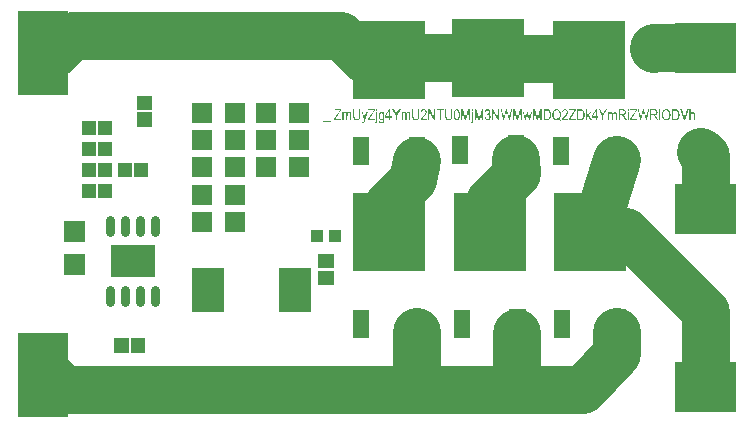
<source format=gts>
G04 Created by GerbView*
%FSLAX26Y26*%
%MOIN*%
G75*
%ADD10C,0.0010*%
%ADD11C,0.1613*%
%ADD12C,0.0316*%
%ADD13R,0.1654X0.2835*%
%ADD14R,0.0473X0.0513*%
%ADD15R,0.1064X0.1457*%
%ADD16R,0.0710X0.0710*%
%ADD17R,0.0552X0.0946*%
%ADD18R,0.2441X0.2639*%
%ADD19R,0.2442X0.2639*%
%LNEXPORT*%
D02*
D10*
D11*
X1250000Y1205590D02*
X1167362D01*
X1090000Y1282992D01*
X195000D01*
X140000Y1227992D01*
X95000D01*
X1250000Y1205590D02*
X1255000Y1210590D01*
X1580000D01*
X1585000Y1205590D01*
X1915000D01*
X2010000Y297992D02*
Y222992D01*
X1895000Y102992D01*
X170000D01*
X120000Y152992D01*
X95000D01*
X1675000Y292992D02*
Y107992D01*
X1682795Y102992D01*
X1342480Y297362D02*
X1342992Y104133D01*
X1344133Y102992D01*
X1920000Y630590D02*
X2037401D01*
X2305000Y362992D01*
Y112992D01*
Y732992D02*
Y882992D01*
X2290000Y897992D01*
X2008110Y871456D02*
X1954960Y699803D01*
X1918740Y659645D01*
X1920118Y658858D01*
Y601456D01*
X1675000Y822992D02*
X1585000Y732992D01*
Y630590D01*
X1675000Y822992D02*
X1673070Y874527D01*
X1330000Y802992D02*
X1250000Y722992D01*
Y630590D01*
X1330000Y802992D02*
X1343188Y868267D01*
X2305000Y1242992D02*
X2133346D01*
X2132598Y1242244D01*
D12*
X470000Y630314D02*
Y669645D01*
X420000Y630314D02*
Y669645D01*
X370000Y630314D02*
Y669645D01*
X320000Y630314D02*
Y669645D01*
X470000Y396299D02*
Y435669D01*
X420000Y396299D02*
Y435669D01*
X370000Y396299D02*
Y435669D01*
X320000Y396299D02*
Y435669D01*
D13*
X95000Y1227992D03*
D12*
D13*
X95000Y152992D03*
D12*
D10*
G36*
X2202598Y1160275D02*
Y1325669D01*
X2407362D01*
Y1160275D01*
X2202598D01*
G37*
G36*
X2202598Y624566D02*
Y790000D01*
X2407362D01*
Y624566D01*
X2202598D01*
G37*
G36*
X2202598Y30275D02*
Y195669D01*
X2407362D01*
Y30275D01*
X2202598D01*
G37*
G36*
X322086Y479763D02*
Y586181D01*
X467874D01*
Y479763D01*
X322086D01*
G37*
G36*
X409291Y981771D02*
Y1029094D01*
X460669D01*
Y981771D01*
X409291D01*
G37*
G36*
X409291Y1036889D02*
Y1084173D01*
X460669D01*
Y1036889D01*
X409291D01*
G37*
D14*
X247440Y767992D03*
D10*
D14*
X302519Y767992D03*
D10*
G36*
X164488Y597480D02*
Y668464D01*
X235472D01*
Y597480D01*
X164488D01*
G37*
G36*
X164488Y487283D02*
Y558267D01*
X235472D01*
Y487283D01*
X164488D01*
G37*
G36*
X388897Y227283D02*
Y278661D01*
X436181D01*
Y227283D01*
X388897D01*
G37*
G36*
X333779Y227283D02*
Y278661D01*
X381062D01*
Y227283D01*
X333779D01*
G37*
D14*
X367637Y837874D03*
D10*
D14*
X422716Y837874D03*
D10*
D14*
X247440Y837992D03*
D10*
D14*
X302519Y837992D03*
D10*
D14*
X247440Y907992D03*
D10*
D14*
X302519Y907992D03*
D10*
D14*
X247440Y977992D03*
D10*
D14*
X302519Y977992D03*
D10*
D15*
X645078Y437165D03*
D10*
D15*
X936496Y437165D03*
D10*
D16*
X625000Y1027992D03*
D10*
D16*
X735196Y1027992D03*
D10*
G36*
X1645393Y858267D02*
Y952874D01*
X1700590D01*
Y858267D01*
X1645393D01*
G37*
D17*
X1486968Y905393D03*
D10*
D18*
X1580000Y1210511D03*
D10*
G36*
X1650393Y278267D02*
Y372874D01*
X1705590D01*
Y278267D01*
X1650393D01*
G37*
D17*
X1491968Y325393D03*
D10*
D18*
X1585000Y630511D03*
D10*
D16*
X840000Y937992D03*
D10*
D16*
X950196Y937992D03*
D10*
G36*
X1315393Y853267D02*
Y947874D01*
X1370590D01*
Y853267D01*
X1315393D01*
G37*
D17*
X1156968Y900393D03*
D10*
D19*
X1250000Y1205511D03*
D10*
G36*
X1315393Y278267D02*
Y372874D01*
X1370590D01*
Y278267D01*
X1315393D01*
G37*
D17*
X1156968Y325393D03*
D10*
D19*
X1250000Y630511D03*
D10*
D16*
X840000Y1027795D03*
D10*
D16*
X950196Y1027795D03*
D10*
G36*
X1980393Y853267D02*
Y947874D01*
X2035590D01*
Y853267D01*
X1980393D01*
G37*
D17*
X1821968Y900393D03*
D10*
D19*
X1915000Y1205511D03*
D10*
G36*
X1985393Y278267D02*
Y372874D01*
X2040590D01*
Y278267D01*
X1985393D01*
G37*
D17*
X1826968Y325393D03*
D10*
D19*
X1920000Y630511D03*
D10*
D16*
X840393Y846299D03*
D10*
D16*
X950590Y846299D03*
D10*
D16*
X625000Y937992D03*
D10*
D16*
X735196Y937992D03*
D10*
D16*
X625000Y847992D03*
D10*
D16*
X735196Y847992D03*
D10*
D16*
X625000Y752992D03*
D10*
D16*
X735196Y752992D03*
D10*
D16*
X625000Y662992D03*
D10*
D16*
X735196Y662992D03*
D10*
G36*
X1013582Y509566D02*
Y556968D01*
X1064881D01*
Y509566D01*
X1013582D01*
G37*
G36*
X1013582Y454488D02*
Y501771D01*
X1064881D01*
Y454488D01*
X1013582D01*
G37*
G36*
X1049685Y597165D02*
Y637086D01*
X1089566D01*
Y597165D01*
X1049685D01*
G37*
G36*
X989685Y597165D02*
Y637086D01*
X1029566D01*
Y597165D01*
X989685D01*
G37*
G36*
X1066500Y1007638D02*
X1081987Y1031253D01*
X1082388Y1031861D01*
X1082787Y1032451D01*
X1083183Y1033024D01*
X1083577Y1033580D01*
X1083969Y1034118D01*
X1084358Y1034639D01*
X1084745Y1035143D01*
X1085130Y1035630D01*
X1068196D01*
Y1039947D01*
X1089835D01*
Y1035630D01*
X1072921Y1010052D01*
X1071089Y1007462D01*
X1090349D01*
Y1003145D01*
X1066500D01*
Y1007638D01*
G37*
G36*
X1094050Y1029821D02*
X1097391D01*
Y1026054D01*
X1097676Y1026559D01*
X1097980Y1027034D01*
X1098303Y1027479D01*
X1098646Y1027895D01*
X1099009Y1028280D01*
X1099391Y1028637D01*
X1099792Y1028963D01*
X1100213Y1029260D01*
X1100649Y1029524D01*
X1101095Y1029753D01*
X1101552Y1029946D01*
X1102018Y1030105D01*
X1102495Y1030228D01*
X1102981Y1030316D01*
X1103478Y1030369D01*
X1103985Y1030387D01*
X1104548Y1030368D01*
X1105089Y1030312D01*
X1105608Y1030219D01*
X1106105Y1030089D01*
X1106579Y1029922D01*
X1107031Y1029717D01*
X1107461Y1029476D01*
X1107868Y1029197D01*
X1108251Y1028882D01*
X1108604Y1028534D01*
X1108930Y1028151D01*
X1109226Y1027735D01*
X1109495Y1027284D01*
X1109735Y1026799D01*
X1109946Y1026281D01*
X1110129Y1025728D01*
X1110462Y1026292D01*
X1110807Y1026820D01*
X1111164Y1027311D01*
X1111534Y1027766D01*
X1111915Y1028185D01*
X1112309Y1028567D01*
X1112715Y1028913D01*
X1113134Y1029222D01*
X1113564Y1029495D01*
X1114005Y1029732D01*
X1114458Y1029932D01*
X1114922Y1030096D01*
X1115398Y1030223D01*
X1115885Y1030314D01*
X1116383Y1030369D01*
X1116893Y1030387D01*
X1117658Y1030353D01*
X1118381Y1030253D01*
X1119063Y1030087D01*
X1119703Y1029854D01*
X1120301Y1029554D01*
X1120858Y1029187D01*
X1121373Y1028754D01*
X1121846Y1028254D01*
X1122271Y1027681D01*
X1122638Y1027028D01*
X1122949Y1026296D01*
X1123204Y1025483D01*
X1123402Y1024590D01*
X1123543Y1023617D01*
X1123628Y1022565D01*
X1123657Y1021432D01*
Y1003145D01*
X1119956D01*
Y1019932D01*
X1119949Y1020621D01*
X1119930Y1021257D01*
X1119897Y1021842D01*
X1119852Y1022375D01*
X1119794Y1022855D01*
X1119722Y1023283D01*
X1119638Y1023659D01*
X1119541Y1023983D01*
X1119429Y1024273D01*
X1119301Y1024546D01*
X1119157Y1024801D01*
X1118997Y1025040D01*
X1118821Y1025263D01*
X1118629Y1025468D01*
X1118420Y1025656D01*
X1118196Y1025828D01*
X1117960Y1025981D01*
X1117716Y1026113D01*
X1117466Y1026225D01*
X1117209Y1026317D01*
X1116944Y1026389D01*
X1116673Y1026440D01*
X1116394Y1026470D01*
X1116109Y1026480D01*
X1115526Y1026451D01*
X1114970Y1026362D01*
X1114442Y1026214D01*
X1113941Y1026007D01*
X1113468Y1025740D01*
X1113022Y1025415D01*
X1112603Y1025030D01*
X1112212Y1024586D01*
X1111859Y1024078D01*
X1111552Y1023503D01*
X1111293Y1022860D01*
X1111081Y1022149D01*
X1110916Y1021370D01*
X1110798Y1020523D01*
X1110727Y1019609D01*
X1110704Y1018627D01*
Y1003145D01*
X1107003D01*
Y1020459D01*
X1106987Y1021256D01*
X1106940Y1021992D01*
X1106861Y1022667D01*
X1106750Y1023281D01*
X1106607Y1023834D01*
X1106433Y1024326D01*
X1106228Y1024756D01*
X1105990Y1025125D01*
X1105725Y1025443D01*
X1105436Y1025718D01*
X1105123Y1025951D01*
X1104787Y1026142D01*
X1104426Y1026290D01*
X1104042Y1026396D01*
X1103634Y1026459D01*
X1103202Y1026480D01*
X1102587Y1026448D01*
X1102006Y1026353D01*
X1101457Y1026193D01*
X1100942Y1025969D01*
X1100460Y1025681D01*
X1100012Y1025330D01*
X1099596Y1024915D01*
X1099214Y1024435D01*
X1098871Y1023871D01*
X1098574Y1023202D01*
X1098322Y1022427D01*
X1098117Y1021546D01*
X1097957Y1020561D01*
X1097842Y1019469D01*
X1097774Y1018273D01*
X1097751Y1016971D01*
Y1003145D01*
X1094050D01*
Y1029821D01*
G37*
G36*
X1153366Y1039947D02*
Y1018690D01*
X1153350Y1017384D01*
X1153301Y1016137D01*
X1153220Y1014951D01*
X1153106Y1013824D01*
X1152960Y1012758D01*
X1152781Y1011752D01*
X1152570Y1010805D01*
X1152326Y1009919D01*
X1152040Y1009085D01*
X1151700Y1008296D01*
X1151307Y1007552D01*
X1150861Y1006854D01*
X1150361Y1006200D01*
X1149809Y1005592D01*
X1149203Y1005029D01*
X1148544Y1004510D01*
X1147835Y1004046D01*
X1147079Y1003643D01*
X1146277Y1003302D01*
X1145429Y1003024D01*
X1144533Y1002807D01*
X1143591Y1002652D01*
X1142603Y1002559D01*
X1141568Y1002528D01*
X1140124Y1002584D01*
X1138775Y1002751D01*
X1137518Y1003029D01*
X1136355Y1003419D01*
X1135286Y1003920D01*
X1134310Y1004533D01*
X1133428Y1005257D01*
X1132639Y1006092D01*
X1131943Y1007068D01*
X1131340Y1008216D01*
X1130830Y1009534D01*
X1130412Y1011023D01*
X1130088Y1012684D01*
X1129856Y1014515D01*
X1129717Y1016517D01*
X1129670Y1018690D01*
Y1039947D01*
X1133680D01*
Y1018700D01*
X1133692Y1017494D01*
X1133728Y1016374D01*
X1133789Y1015341D01*
X1133873Y1014393D01*
X1133982Y1013532D01*
X1134116Y1012758D01*
X1134273Y1012069D01*
X1134455Y1011468D01*
X1134664Y1010925D01*
X1134904Y1010417D01*
X1135175Y1009941D01*
X1135477Y1009499D01*
X1135809Y1009091D01*
X1136173Y1008715D01*
X1136567Y1008373D01*
X1136992Y1008065D01*
X1137445Y1007791D01*
X1137922Y1007554D01*
X1138422Y1007353D01*
X1138946Y1007189D01*
X1139494Y1007061D01*
X1140066Y1006970D01*
X1140661Y1006915D01*
X1141280Y1006897D01*
X1142307Y1006935D01*
X1143260Y1007048D01*
X1144140Y1007236D01*
X1144947Y1007500D01*
X1145681Y1007839D01*
X1146341Y1008253D01*
X1146929Y1008743D01*
X1147444Y1009308D01*
X1147892Y1009982D01*
X1148281Y1010799D01*
X1148609Y1011759D01*
X1148878Y1012862D01*
X1149088Y1014107D01*
X1149237Y1015495D01*
X1149327Y1017027D01*
X1149357Y1018700D01*
Y1039947D01*
X1153366D01*
G37*
G36*
X1159071Y997131D02*
X1159372Y997035D01*
X1159661Y996951D01*
X1159940Y996880D01*
X1160208Y996823D01*
X1160464Y996778D01*
X1160710Y996745D01*
X1160945Y996726D01*
X1161169Y996720D01*
X1161456Y996727D01*
X1161730Y996750D01*
X1161992Y996787D01*
X1162240Y996839D01*
X1162475Y996907D01*
X1162698Y996989D01*
X1162908Y997086D01*
X1163104Y997198D01*
X1163291Y997326D01*
X1163469Y997471D01*
X1163639Y997632D01*
X1163800Y997809D01*
X1163954Y998004D01*
X1164099Y998214D01*
X1164236Y998441D01*
X1164365Y998685D01*
X1164426Y998833D01*
X1164522Y999103D01*
X1164651Y999492D01*
X1164815Y1000003D01*
X1165014Y1000633D01*
X1165246Y1001385D01*
X1165514Y1002257D01*
X1165815Y1003250D01*
X1157581Y1029821D01*
X1161571D01*
X1166112Y1014491D01*
X1166322Y1013768D01*
X1166529Y1013032D01*
X1166731Y1012285D01*
X1166930Y1011524D01*
X1167124Y1010752D01*
X1167315Y1009966D01*
X1167502Y1009169D01*
X1167685Y1008359D01*
X1167846Y1009129D01*
X1168014Y1009895D01*
X1168191Y1010656D01*
X1168375Y1011412D01*
X1168568Y1012164D01*
X1168768Y1012911D01*
X1168976Y1013653D01*
X1169191Y1014391D01*
X1173861Y1029821D01*
X1177575D01*
X1169267Y1002693D01*
X1168870Y1001433D01*
X1168495Y1000282D01*
X1168141Y999240D01*
X1167809Y998308D01*
X1167498Y997484D01*
X1167209Y996770D01*
X1166942Y996165D01*
X1166696Y995669D01*
X1166457Y995243D01*
X1166210Y994848D01*
X1165955Y994484D01*
X1165692Y994151D01*
X1165422Y993848D01*
X1165143Y993577D01*
X1164857Y993337D01*
X1164563Y993127D01*
X1164260Y992945D01*
X1163947Y992787D01*
X1163625Y992654D01*
X1163293Y992545D01*
X1162951Y992460D01*
X1162599Y992399D01*
X1162237Y992363D01*
X1161866Y992351D01*
X1161598Y992360D01*
X1161322Y992386D01*
X1161037Y992430D01*
X1160743Y992492D01*
X1160441Y992572D01*
X1160130Y992669D01*
X1159811Y992784D01*
X1159482Y992916D01*
X1159071Y997131D01*
G37*
G36*
X1178860Y1007638D02*
X1194348Y1031253D01*
X1194749Y1031861D01*
X1195147Y1032451D01*
X1195544Y1033024D01*
X1195938Y1033580D01*
X1196329Y1034118D01*
X1196719Y1034639D01*
X1197106Y1035143D01*
X1197490Y1035630D01*
X1180556D01*
Y1039947D01*
X1202196D01*
Y1035630D01*
X1185281Y1010052D01*
X1183449Y1007462D01*
X1202710D01*
Y1003145D01*
X1178860D01*
Y1007638D01*
G37*
G36*
X1206400Y1039875D02*
X1210100D01*
Y1034675D01*
X1206400D01*
Y1039875D01*
G37*
G36*
X1202400Y996575D02*
X1202600D01*
X1202900Y996475D01*
X1203100Y996375D01*
X1203300D01*
X1203600Y996275D01*
X1203700D01*
X1203900D01*
X1204100D01*
X1204400D01*
X1204600D01*
X1204900Y996375D01*
X1205100Y996475D01*
X1205300Y996575D01*
X1205500Y996775D01*
X1205700Y996975D01*
X1205800Y997175D01*
X1205900Y997475D01*
X1206100Y997775D01*
Y998275D01*
X1206200Y998775D01*
X1206300Y999375D01*
Y1000075D01*
X1206400Y1000875D01*
Y1001775D01*
Y1029775D01*
X1210100D01*
Y1001675D01*
X1210000Y1000375D01*
Y999175D01*
X1209900Y998075D01*
X1209700Y997075D01*
X1209500Y996175D01*
X1209300Y995475D01*
X1209000Y994775D01*
X1208700Y994275D01*
X1208300Y993775D01*
X1207900Y993375D01*
X1207400Y993075D01*
X1206900Y992775D01*
X1206400Y992575D01*
X1205800Y992375D01*
X1205200D01*
X1204600Y992275D01*
X1204200D01*
X1203800Y992375D01*
X1203400D01*
X1203100D01*
X1202700Y992475D01*
X1202300Y992575D01*
X1202000Y992675D01*
X1201600Y992775D01*
X1202400Y996575D01*
G37*
G36*
X1218600Y1000175D02*
X1218700Y999675D01*
X1218800Y999175D01*
X1218900Y998775D01*
X1219100Y998375D01*
X1219300Y997975D01*
X1219500Y997675D01*
X1219800Y997275D01*
X1220100Y997075D01*
X1220400Y996775D01*
X1220800Y996575D01*
X1221200Y996375D01*
X1221600Y996275D01*
X1222100Y996175D01*
X1222600Y996075D01*
X1223100Y995975D01*
X1223600D01*
X1224200D01*
X1224800Y996075D01*
X1225300Y996175D01*
X1225800Y996275D01*
X1226300Y996475D01*
X1226700Y996675D01*
X1227200Y996875D01*
X1227500Y997175D01*
X1227900Y997475D01*
X1228200Y997775D01*
X1228500Y998175D01*
X1228800Y998575D01*
X1229000Y999075D01*
X1229200Y999575D01*
X1229400Y1000075D01*
X1229500Y1000675D01*
X1229600Y1001075D01*
X1229700Y1001575D01*
Y1002075D01*
X1229800Y1002775D01*
Y1003575D01*
Y1004475D01*
Y1005475D01*
X1229900Y1006575D01*
X1229500Y1006175D01*
X1229200Y1005775D01*
X1228900Y1005375D01*
X1228600Y1005075D01*
X1228200Y1004775D01*
X1227900Y1004475D01*
X1227500Y1004175D01*
X1227100Y1003975D01*
X1226700Y1003775D01*
X1226400Y1003575D01*
X1225900Y1003475D01*
X1225500Y1003275D01*
X1225100Y1003175D01*
X1224700D01*
X1224200Y1003075D01*
X1223800D01*
X1222800Y1003175D01*
X1221900Y1003275D01*
X1221000Y1003575D01*
X1220200Y1003875D01*
X1219400Y1004375D01*
X1218600Y1004975D01*
X1217900Y1005675D01*
X1217300Y1006375D01*
X1216600Y1007375D01*
X1215900Y1008475D01*
X1215400Y1009675D01*
X1215000Y1010875D01*
X1214700Y1012175D01*
X1214500Y1013575D01*
X1214300Y1015075D01*
Y1016575D01*
Y1017675D01*
X1214400Y1018675D01*
X1214500Y1019675D01*
X1214600Y1020675D01*
X1214800Y1021575D01*
X1215000Y1022475D01*
X1215300Y1023275D01*
X1215600Y1024075D01*
X1215900Y1024875D01*
X1216300Y1025575D01*
X1216700Y1026275D01*
X1217100Y1026875D01*
X1217500Y1027475D01*
X1218000Y1027975D01*
X1218500Y1028475D01*
X1219000Y1028875D01*
X1219600Y1029175D01*
X1220100Y1029475D01*
X1220700Y1029775D01*
X1221300Y1029975D01*
X1221900Y1030175D01*
X1222500Y1030275D01*
X1223100D01*
X1223800Y1030375D01*
X1224300Y1030275D01*
X1224700D01*
X1225200Y1030175D01*
X1225600Y1030075D01*
X1226100Y1029975D01*
X1226500Y1029775D01*
X1226900Y1029575D01*
X1227300Y1029375D01*
X1227700Y1029175D01*
X1228100Y1028875D01*
X1228500Y1028575D01*
X1228800Y1028175D01*
X1229200Y1027875D01*
X1229500Y1027475D01*
X1229800Y1026975D01*
X1230200Y1026575D01*
Y1029775D01*
X1233600D01*
Y1006775D01*
X1233500Y1005275D01*
Y1003875D01*
X1233400Y1002575D01*
X1233300Y1001475D01*
X1233200Y1000375D01*
X1233000Y999475D01*
X1232800Y998675D01*
X1232500Y997975D01*
X1232300Y997275D01*
X1232000Y996675D01*
X1231600Y996175D01*
X1231200Y995575D01*
X1230800Y995075D01*
X1230300Y994675D01*
X1229800Y994175D01*
X1229300Y993775D01*
X1228700Y993475D01*
X1228100Y993175D01*
X1227400Y992875D01*
X1226700Y992675D01*
X1226000Y992475D01*
X1225300Y992375D01*
X1224500Y992275D01*
X1223700D01*
X1222700Y992375D01*
X1221700Y992475D01*
X1220800Y992575D01*
X1220000Y992875D01*
X1219200Y993175D01*
X1218500Y993575D01*
X1217800Y994075D01*
X1217200Y994575D01*
X1216700Y995175D01*
X1216200Y995875D01*
X1215800Y996575D01*
X1215500Y997275D01*
X1215300Y998075D01*
X1215100Y998975D01*
X1215000Y999875D01*
Y1000875D01*
X1218600Y1000175D01*
G37*
%LPC*%
G36*
X1218100Y1016875D02*
Y1015575D01*
X1218200Y1014475D01*
X1218300Y1013375D01*
X1218500Y1012375D01*
X1218800Y1011475D01*
X1219100Y1010575D01*
X1219400Y1009875D01*
X1219800Y1009175D01*
X1220300Y1008675D01*
X1220700Y1008175D01*
X1221200Y1007775D01*
X1221700Y1007375D01*
X1222300Y1007175D01*
X1222900Y1006975D01*
X1223500Y1006875D01*
X1224100Y1006775D01*
X1224700Y1006875D01*
X1225300Y1006975D01*
X1225900Y1007175D01*
X1226400Y1007375D01*
X1226900Y1007675D01*
X1227400Y1008175D01*
X1227900Y1008575D01*
X1228300Y1009175D01*
X1228800Y1009775D01*
X1229100Y1010475D01*
X1229400Y1011375D01*
X1229700Y1012275D01*
X1229900Y1013175D01*
X1230000Y1014275D01*
X1230100Y1015475D01*
Y1016675D01*
Y1017875D01*
X1230000Y1019075D01*
X1229900Y1020075D01*
X1229700Y1021075D01*
X1229400Y1021975D01*
X1229100Y1022775D01*
X1228700Y1023575D01*
X1228300Y1024175D01*
X1227800Y1024775D01*
X1227300Y1025275D01*
X1226800Y1025675D01*
X1226300Y1025975D01*
X1225700Y1026275D01*
X1225100Y1026475D01*
X1224500Y1026575D01*
X1223900Y1026675D01*
X1223300Y1026575D01*
X1222800Y1026475D01*
X1222200Y1026275D01*
X1221700Y1025975D01*
X1221200Y1025675D01*
X1220700Y1025275D01*
X1220300Y1024775D01*
X1219800Y1024175D01*
X1219400Y1023575D01*
X1219100Y1022775D01*
X1218800Y1021975D01*
X1218500Y1021175D01*
X1218300Y1020175D01*
X1218200Y1019175D01*
X1218100Y1018075D01*
Y1016875D01*
G37*
%LPD*%
G36*
X1250000Y1011875D02*
X1236900D01*
Y1016075D01*
X1250600Y1039875D01*
X1253700D01*
Y1016075D01*
X1257800D01*
Y1011875D01*
X1253700D01*
Y1003075D01*
X1250000D01*
Y1011875D01*
G37*
%LPC*%
G36*
X1250000Y1032675D02*
X1240600Y1016075D01*
X1250000D01*
Y1032675D01*
G37*
%LPD*%
G36*
X1271689Y1018734D02*
X1260072Y1039947D01*
X1264931D01*
X1270861Y1028848D01*
X1271294Y1028031D01*
X1271713Y1027225D01*
X1272120Y1026430D01*
X1272513Y1025646D01*
X1272892Y1024873D01*
X1273259Y1024111D01*
X1273611Y1023361D01*
X1273951Y1022621D01*
X1274295Y1023354D01*
X1274658Y1024110D01*
X1275041Y1024889D01*
X1275444Y1025690D01*
X1275867Y1026515D01*
X1276309Y1027362D01*
X1276771Y1028232D01*
X1277253Y1029124D01*
X1283124Y1039947D01*
X1287725D01*
X1275698Y1018734D01*
Y1003145D01*
X1271689D01*
Y1018734D01*
G37*
G36*
X1290758Y1029821D02*
X1294099D01*
Y1026054D01*
X1294383Y1026559D01*
X1294687Y1027034D01*
X1295011Y1027479D01*
X1295354Y1027895D01*
X1295716Y1028280D01*
X1296098Y1028637D01*
X1296500Y1028963D01*
X1296921Y1029260D01*
X1297357Y1029524D01*
X1297803Y1029753D01*
X1298259Y1029946D01*
X1298726Y1030105D01*
X1299202Y1030228D01*
X1299689Y1030316D01*
X1300186Y1030369D01*
X1300693Y1030387D01*
X1301256Y1030368D01*
X1301797Y1030312D01*
X1302316Y1030219D01*
X1302812Y1030089D01*
X1303287Y1029922D01*
X1303739Y1029717D01*
X1304169Y1029476D01*
X1304576Y1029197D01*
X1304958Y1028882D01*
X1305312Y1028534D01*
X1305637Y1028151D01*
X1305934Y1027735D01*
X1306202Y1027284D01*
X1306442Y1026799D01*
X1306654Y1026281D01*
X1306837Y1025728D01*
X1307170Y1026292D01*
X1307515Y1026820D01*
X1307872Y1027311D01*
X1308242Y1027766D01*
X1308623Y1028185D01*
X1309017Y1028567D01*
X1309423Y1028913D01*
X1309841Y1029222D01*
X1310272Y1029495D01*
X1310713Y1029732D01*
X1311166Y1029932D01*
X1311630Y1030096D01*
X1312105Y1030223D01*
X1312592Y1030314D01*
X1313091Y1030369D01*
X1313600Y1030387D01*
X1314366Y1030353D01*
X1315089Y1030253D01*
X1315771Y1030087D01*
X1316411Y1029854D01*
X1317009Y1029554D01*
X1317566Y1029187D01*
X1318081Y1028754D01*
X1318554Y1028254D01*
X1318978Y1027681D01*
X1319346Y1027028D01*
X1319657Y1026296D01*
X1319912Y1025483D01*
X1320110Y1024590D01*
X1320251Y1023617D01*
X1320336Y1022565D01*
X1320364Y1021432D01*
Y1003145D01*
X1316664D01*
Y1019932D01*
X1316657Y1020621D01*
X1316638Y1021257D01*
X1316605Y1021842D01*
X1316560Y1022375D01*
X1316502Y1022855D01*
X1316430Y1023283D01*
X1316346Y1023659D01*
X1316249Y1023983D01*
X1316137Y1024273D01*
X1316009Y1024546D01*
X1315865Y1024801D01*
X1315705Y1025040D01*
X1315529Y1025263D01*
X1315337Y1025468D01*
X1315128Y1025656D01*
X1314904Y1025828D01*
X1314667Y1025981D01*
X1314424Y1026113D01*
X1314174Y1026225D01*
X1313917Y1026317D01*
X1313652Y1026389D01*
X1313381Y1026440D01*
X1313102Y1026470D01*
X1312817Y1026480D01*
X1312233Y1026451D01*
X1311678Y1026362D01*
X1311149Y1026214D01*
X1310649Y1026007D01*
X1310175Y1025740D01*
X1309730Y1025415D01*
X1309311Y1025030D01*
X1308920Y1024586D01*
X1308567Y1024078D01*
X1308260Y1023503D01*
X1308001Y1022860D01*
X1307789Y1022149D01*
X1307624Y1021370D01*
X1307506Y1020523D01*
X1307435Y1019609D01*
X1307412Y1018627D01*
Y1003145D01*
X1303711D01*
Y1020459D01*
X1303695Y1021256D01*
X1303648Y1021992D01*
X1303568Y1022667D01*
X1303458Y1023281D01*
X1303315Y1023834D01*
X1303141Y1024326D01*
X1302935Y1024756D01*
X1302698Y1025125D01*
X1302433Y1025443D01*
X1302144Y1025718D01*
X1301831Y1025951D01*
X1301495Y1026142D01*
X1301134Y1026290D01*
X1300750Y1026396D01*
X1300342Y1026459D01*
X1299910Y1026480D01*
X1299295Y1026448D01*
X1298713Y1026353D01*
X1298165Y1026193D01*
X1297650Y1025969D01*
X1297168Y1025681D01*
X1296720Y1025330D01*
X1296304Y1024915D01*
X1295922Y1024435D01*
X1295579Y1023871D01*
X1295282Y1023202D01*
X1295030Y1022427D01*
X1294825Y1021546D01*
X1294665Y1020561D01*
X1294550Y1019469D01*
X1294482Y1018273D01*
X1294459Y1016971D01*
Y1003145D01*
X1290758D01*
Y1029821D01*
G37*
G36*
X1350074Y1039947D02*
Y1018690D01*
X1350057Y1017384D01*
X1350009Y1016137D01*
X1349927Y1014951D01*
X1349814Y1013824D01*
X1349667Y1012758D01*
X1349489Y1011752D01*
X1349278Y1010805D01*
X1349034Y1009919D01*
X1348747Y1009085D01*
X1348408Y1008296D01*
X1348015Y1007552D01*
X1347569Y1006854D01*
X1347069Y1006200D01*
X1346517Y1005592D01*
X1345911Y1005029D01*
X1345252Y1004510D01*
X1344543Y1004046D01*
X1343787Y1003643D01*
X1342985Y1003302D01*
X1342136Y1003024D01*
X1341241Y1002807D01*
X1340299Y1002652D01*
X1339311Y1002559D01*
X1338276Y1002528D01*
X1336832Y1002584D01*
X1335482Y1002751D01*
X1334226Y1003029D01*
X1333063Y1003419D01*
X1331994Y1003920D01*
X1331018Y1004533D01*
X1330135Y1005257D01*
X1329347Y1006092D01*
X1328651Y1007068D01*
X1328048Y1008216D01*
X1327538Y1009534D01*
X1327120Y1011023D01*
X1326796Y1012684D01*
X1326564Y1014515D01*
X1326425Y1016517D01*
X1326378Y1018690D01*
Y1039947D01*
X1330387D01*
Y1018700D01*
X1330400Y1017494D01*
X1330436Y1016374D01*
X1330496Y1015341D01*
X1330581Y1014393D01*
X1330690Y1013532D01*
X1330823Y1012758D01*
X1330981Y1012069D01*
X1331162Y1011468D01*
X1331372Y1010925D01*
X1331612Y1010417D01*
X1331883Y1009941D01*
X1332184Y1009499D01*
X1332517Y1009091D01*
X1332881Y1008715D01*
X1333275Y1008373D01*
X1333700Y1008065D01*
X1334153Y1007791D01*
X1334629Y1007554D01*
X1335130Y1007353D01*
X1335654Y1007189D01*
X1336202Y1007061D01*
X1336773Y1006970D01*
X1337369Y1006915D01*
X1337988Y1006897D01*
X1339014Y1006935D01*
X1339968Y1007048D01*
X1340848Y1007236D01*
X1341655Y1007500D01*
X1342388Y1007839D01*
X1343049Y1008253D01*
X1343637Y1008743D01*
X1344152Y1009308D01*
X1344600Y1009982D01*
X1344989Y1010799D01*
X1345317Y1011759D01*
X1345586Y1012862D01*
X1345795Y1014107D01*
X1345945Y1015495D01*
X1346035Y1017027D01*
X1346064Y1018700D01*
Y1039947D01*
X1350074D01*
G37*
G36*
X1374797Y1003145D02*
X1354802D01*
X1354811Y1003813D01*
X1354874Y1004502D01*
X1354991Y1005209D01*
X1355164Y1005937D01*
X1355391Y1006684D01*
X1355672Y1007451D01*
X1356008Y1008237D01*
X1356399Y1009043D01*
X1356860Y1009877D01*
X1357408Y1010748D01*
X1358043Y1011656D01*
X1358765Y1012601D01*
X1359574Y1013582D01*
X1360469Y1014601D01*
X1361451Y1015656D01*
X1362520Y1016748D01*
X1363765Y1018007D01*
X1364898Y1019193D01*
X1365918Y1020305D01*
X1366825Y1021343D01*
X1367621Y1022308D01*
X1368304Y1023200D01*
X1368875Y1024018D01*
X1369333Y1024762D01*
X1369710Y1025464D01*
X1370037Y1026154D01*
X1370313Y1026831D01*
X1370540Y1027496D01*
X1370716Y1028149D01*
X1370841Y1028789D01*
X1370917Y1029418D01*
X1370942Y1030034D01*
X1370916Y1030722D01*
X1370839Y1031378D01*
X1370710Y1032001D01*
X1370530Y1032591D01*
X1370299Y1033149D01*
X1370016Y1033674D01*
X1369681Y1034167D01*
X1369295Y1034626D01*
X1368872Y1035042D01*
X1368424Y1035403D01*
X1367952Y1035708D01*
X1367457Y1035957D01*
X1366937Y1036151D01*
X1366393Y1036290D01*
X1365826Y1036373D01*
X1365234Y1036401D01*
X1364601Y1036371D01*
X1363998Y1036281D01*
X1363423Y1036131D01*
X1362877Y1035922D01*
X1362361Y1035653D01*
X1361873Y1035324D01*
X1361415Y1034936D01*
X1360985Y1034487D01*
X1360596Y1033983D01*
X1360259Y1033427D01*
X1359974Y1032818D01*
X1359741Y1032158D01*
X1359559Y1031446D01*
X1359429Y1030682D01*
X1359352Y1029867D01*
X1359326Y1028999D01*
X1355522Y1029462D01*
X1355657Y1030744D01*
X1355861Y1031945D01*
X1356133Y1033064D01*
X1356474Y1034101D01*
X1356884Y1035056D01*
X1357362Y1035929D01*
X1357909Y1036720D01*
X1358525Y1037429D01*
X1359201Y1038055D01*
X1359928Y1038598D01*
X1360707Y1039057D01*
X1361537Y1039433D01*
X1362419Y1039726D01*
X1363352Y1039934D01*
X1364336Y1040060D01*
X1365372Y1040101D01*
X1366493Y1040053D01*
X1367544Y1039907D01*
X1368524Y1039664D01*
X1369434Y1039323D01*
X1370273Y1038885D01*
X1371043Y1038350D01*
X1371742Y1037718D01*
X1372371Y1036988D01*
X1372927Y1036197D01*
X1373410Y1035379D01*
X1373818Y1034534D01*
X1374152Y1033662D01*
X1374412Y1032764D01*
X1374597Y1031839D01*
X1374708Y1030888D01*
X1374746Y1029910D01*
X1374716Y1029036D01*
X1374629Y1028171D01*
X1374484Y1027314D01*
X1374280Y1026467D01*
X1374018Y1025629D01*
X1373698Y1024800D01*
X1373319Y1023980D01*
X1372883Y1023169D01*
X1372365Y1022329D01*
X1371742Y1021422D01*
X1371015Y1020447D01*
X1370183Y1019404D01*
X1369246Y1018294D01*
X1368205Y1017116D01*
X1367059Y1015871D01*
X1365808Y1014559D01*
X1365014Y1013743D01*
X1364294Y1012995D01*
X1363647Y1012315D01*
X1363074Y1011703D01*
X1362574Y1011158D01*
X1362148Y1010680D01*
X1361795Y1010270D01*
X1361516Y1009928D01*
X1361279Y1009620D01*
X1361054Y1009312D01*
X1360840Y1009004D01*
X1360638Y1008695D01*
X1360447Y1008387D01*
X1360267Y1008079D01*
X1360099Y1007771D01*
X1359942Y1007462D01*
X1374797D01*
Y1003145D01*
G37*
G36*
X1380143Y1039947D02*
X1384248D01*
X1400086Y1010986D01*
Y1039947D01*
X1403889D01*
Y1003145D01*
X1399810D01*
X1383998Y1032061D01*
Y1003145D01*
X1380143D01*
Y1039947D01*
G37*
G36*
X1418436Y1035630D02*
X1408515D01*
Y1039947D01*
X1432416D01*
Y1035630D01*
X1422445D01*
Y1003145D01*
X1418436D01*
Y1035630D01*
G37*
G36*
X1460121Y1039947D02*
Y1018690D01*
X1460105Y1017384D01*
X1460056Y1016137D01*
X1459975Y1014951D01*
X1459861Y1013824D01*
X1459715Y1012758D01*
X1459536Y1011752D01*
X1459325Y1010805D01*
X1459081Y1009919D01*
X1458795Y1009085D01*
X1458455Y1008296D01*
X1458062Y1007552D01*
X1457616Y1006854D01*
X1457117Y1006200D01*
X1456564Y1005592D01*
X1455958Y1005029D01*
X1455299Y1004510D01*
X1454590Y1004046D01*
X1453835Y1003643D01*
X1453032Y1003302D01*
X1452184Y1003024D01*
X1451288Y1002807D01*
X1450347Y1002652D01*
X1449358Y1002559D01*
X1448323Y1002528D01*
X1446880Y1002584D01*
X1445530Y1002751D01*
X1444273Y1003029D01*
X1443110Y1003419D01*
X1442041Y1003920D01*
X1441065Y1004533D01*
X1440183Y1005257D01*
X1439394Y1006092D01*
X1438698Y1007068D01*
X1438095Y1008216D01*
X1437585Y1009534D01*
X1437168Y1011023D01*
X1436843Y1012684D01*
X1436611Y1014515D01*
X1436472Y1016517D01*
X1436426Y1018690D01*
Y1039947D01*
X1440435D01*
Y1018700D01*
X1440447Y1017494D01*
X1440483Y1016374D01*
X1440544Y1015341D01*
X1440629Y1014393D01*
X1440738Y1013532D01*
X1440871Y1012758D01*
X1441028Y1012069D01*
X1441210Y1011468D01*
X1441419Y1010925D01*
X1441659Y1010417D01*
X1441930Y1009941D01*
X1442232Y1009499D01*
X1442564Y1009091D01*
X1442928Y1008715D01*
X1443322Y1008373D01*
X1443748Y1008065D01*
X1444200Y1007791D01*
X1444677Y1007554D01*
X1445177Y1007353D01*
X1445701Y1007189D01*
X1446249Y1007061D01*
X1446821Y1006970D01*
X1447416Y1006915D01*
X1448036Y1006897D01*
X1449062Y1006935D01*
X1450015Y1007048D01*
X1450895Y1007236D01*
X1451702Y1007500D01*
X1452436Y1007839D01*
X1453097Y1008253D01*
X1453684Y1008743D01*
X1454199Y1009308D01*
X1454647Y1009982D01*
X1455036Y1010799D01*
X1455365Y1011759D01*
X1455634Y1012862D01*
X1455843Y1014107D01*
X1455992Y1015495D01*
X1456082Y1017027D01*
X1456112Y1018700D01*
Y1039947D01*
X1460121D01*
G37*
G36*
X1465300Y1021275D02*
Y1023475D01*
X1465400Y1025575D01*
X1465600Y1027575D01*
X1465900Y1029375D01*
X1466200Y1031075D01*
X1466700Y1032575D01*
X1467200Y1033975D01*
X1467800Y1035275D01*
X1468400Y1036375D01*
X1469100Y1037375D01*
X1470000Y1038175D01*
X1470800Y1038875D01*
X1471800Y1039375D01*
X1472800Y1039775D01*
X1473900Y1039975D01*
X1475100Y1040075D01*
X1476200Y1039975D01*
X1477100Y1039775D01*
X1478100Y1039475D01*
X1479000Y1039075D01*
X1479800Y1038575D01*
X1480500Y1037875D01*
X1481200Y1037075D01*
X1481900Y1036175D01*
X1482600Y1034975D01*
X1483200Y1033475D01*
X1483700Y1031875D01*
X1484100Y1030075D01*
X1484500Y1028175D01*
X1484700Y1026075D01*
X1484900Y1023775D01*
Y1021275D01*
Y1018975D01*
X1484700Y1016875D01*
X1484500Y1014975D01*
X1484300Y1013175D01*
X1483900Y1011475D01*
X1483500Y1009975D01*
X1483000Y1008475D01*
X1482400Y1007275D01*
X1481800Y1006175D01*
X1481000Y1005175D01*
X1480200Y1004375D01*
X1479300Y1003675D01*
X1478400Y1003175D01*
X1477300Y1002775D01*
X1476200Y1002575D01*
X1475100Y1002475D01*
X1474000Y1002575D01*
X1473000Y1002775D01*
X1472000Y1003075D01*
X1471100Y1003575D01*
X1470300Y1004175D01*
X1469500Y1004875D01*
X1468700Y1005675D01*
X1468000Y1006675D01*
X1467400Y1007875D01*
X1466800Y1009175D01*
X1466300Y1010675D01*
X1465900Y1012475D01*
X1465600Y1014375D01*
X1465400Y1016475D01*
X1465300Y1018775D01*
Y1021275D01*
G37*
%LPC*%
G36*
X1469100Y1021275D02*
Y1019075D01*
X1469200Y1017175D01*
X1469300Y1015375D01*
X1469500Y1013775D01*
X1469700Y1012375D01*
X1470000Y1011175D01*
X1470400Y1010075D01*
X1470800Y1009275D01*
X1471200Y1008475D01*
X1471700Y1007875D01*
X1472200Y1007375D01*
X1472700Y1006975D01*
X1473300Y1006575D01*
X1473900Y1006375D01*
X1474500Y1006275D01*
X1475200Y1006175D01*
X1475800Y1006275D01*
X1476400Y1006375D01*
X1476900Y1006575D01*
X1477500Y1006975D01*
X1478000Y1007375D01*
X1478500Y1007875D01*
X1479000Y1008575D01*
X1479400Y1009275D01*
X1479800Y1010175D01*
X1480100Y1011175D01*
X1480400Y1012375D01*
X1480700Y1013775D01*
X1480900Y1015375D01*
X1481000Y1017175D01*
X1481100Y1019175D01*
Y1021275D01*
Y1023375D01*
X1481000Y1025375D01*
X1480900Y1027175D01*
X1480700Y1028775D01*
X1480400Y1030175D01*
X1480100Y1031375D01*
X1479800Y1032475D01*
X1479400Y1033275D01*
X1478900Y1033975D01*
X1478500Y1034675D01*
X1478000Y1035175D01*
X1477400Y1035575D01*
X1476800Y1035875D01*
X1476200Y1036175D01*
X1475600Y1036275D01*
X1474900Y1036375D01*
X1474300Y1036275D01*
X1473700Y1036175D01*
X1473200Y1035875D01*
X1472600Y1035575D01*
X1472100Y1035175D01*
X1471600Y1034575D01*
X1471200Y1033975D01*
X1470800Y1033275D01*
X1470400Y1032375D01*
X1470000Y1031375D01*
X1469700Y1030075D01*
X1469500Y1028675D01*
X1469300Y1027075D01*
X1469200Y1025375D01*
X1469100Y1023375D01*
Y1021275D01*
G37*
%LPD*%
G36*
X1490190Y1039947D02*
X1496198D01*
X1503335Y1013889D01*
X1504762Y1008441D01*
X1504902Y1008978D01*
X1505060Y1009573D01*
X1505235Y1010224D01*
X1505426Y1010933D01*
X1505636Y1011699D01*
X1505862Y1012523D01*
X1506106Y1013403D01*
X1506367Y1014341D01*
X1513589Y1039947D01*
X1518974D01*
Y1003145D01*
X1515119D01*
Y1034084D01*
X1506344Y1003145D01*
X1502752D01*
X1494045Y1034591D01*
Y1003145D01*
X1490190D01*
Y1039947D01*
G37*
G36*
X1524800Y1039875D02*
X1528500D01*
Y1034675D01*
X1524800D01*
Y1039875D01*
G37*
G36*
X1520800Y996575D02*
X1521100D01*
X1521400Y996475D01*
X1521600Y996375D01*
X1521800D01*
X1522000Y996275D01*
X1522200D01*
X1522400D01*
X1522600D01*
X1522900D01*
X1523100D01*
X1523400Y996375D01*
X1523600Y996475D01*
X1523800Y996575D01*
X1524000Y996775D01*
X1524100Y996975D01*
X1524300Y997175D01*
X1524400Y997475D01*
X1524500Y997775D01*
X1524600Y998275D01*
X1524700Y998775D01*
X1524800Y999375D01*
Y1000075D01*
Y1000875D01*
Y1001775D01*
Y1029775D01*
X1528500D01*
Y1001675D01*
Y1000375D01*
X1528400Y999175D01*
X1528300Y998075D01*
X1528200Y997075D01*
X1528000Y996175D01*
X1527700Y995475D01*
X1527500Y994775D01*
X1527100Y994275D01*
X1526800Y993775D01*
X1526400Y993375D01*
X1525900Y993075D01*
X1525400Y992775D01*
X1524900Y992575D01*
X1524300Y992375D01*
X1523700D01*
X1523000Y992275D01*
X1522700D01*
X1522300Y992375D01*
X1521900D01*
X1521500D01*
X1521200Y992475D01*
X1520800Y992575D01*
X1520500Y992675D01*
X1520100Y992775D01*
X1520800Y996575D01*
G37*
G36*
X1534651Y1039947D02*
X1540659D01*
X1547796Y1013889D01*
X1549223Y1008441D01*
X1549363Y1008978D01*
X1549521Y1009573D01*
X1549696Y1010224D01*
X1549887Y1010933D01*
X1550097Y1011699D01*
X1550323Y1012523D01*
X1550567Y1013403D01*
X1550828Y1014341D01*
X1558050Y1039947D01*
X1563435D01*
Y1003145D01*
X1559580D01*
Y1034084D01*
X1550805Y1003145D01*
X1547213D01*
X1538506Y1034591D01*
Y1003145D01*
X1534651D01*
Y1039947D01*
G37*
G36*
X1572019Y1013528D02*
X1572362Y1011817D01*
X1572816Y1010334D01*
X1573380Y1009080D01*
X1574055Y1008053D01*
X1574840Y1007255D01*
X1575735Y1006685D01*
X1576741Y1006343D01*
X1577858Y1006229D01*
X1578480Y1006262D01*
X1579081Y1006363D01*
X1579661Y1006531D01*
X1580220Y1006766D01*
X1580757Y1007068D01*
X1581274Y1007438D01*
X1581769Y1007874D01*
X1582243Y1008378D01*
X1582678Y1008935D01*
X1583055Y1009532D01*
X1583373Y1010168D01*
X1583634Y1010844D01*
X1583837Y1011560D01*
X1583982Y1012315D01*
X1584069Y1013110D01*
X1584098Y1013945D01*
X1584071Y1014730D01*
X1583991Y1015475D01*
X1583859Y1016181D01*
X1583673Y1016848D01*
X1583433Y1017476D01*
X1583141Y1018064D01*
X1582795Y1018613D01*
X1582397Y1019123D01*
X1581959Y1019582D01*
X1581498Y1019981D01*
X1581012Y1020318D01*
X1580502Y1020593D01*
X1579967Y1020808D01*
X1579409Y1020961D01*
X1578826Y1021053D01*
X1578219Y1021083D01*
X1577948Y1021076D01*
X1577662Y1021052D01*
X1577360Y1021013D01*
X1577043Y1020958D01*
X1576710Y1020887D01*
X1576361Y1020801D01*
X1575997Y1020699D01*
X1575617Y1020581D01*
X1576028Y1024527D01*
X1576606Y1024477D01*
X1577275Y1024504D01*
X1577911Y1024583D01*
X1578515Y1024714D01*
X1579087Y1024899D01*
X1579627Y1025136D01*
X1580134Y1025425D01*
X1580610Y1025768D01*
X1581053Y1026163D01*
X1581453Y1026602D01*
X1581800Y1027076D01*
X1582094Y1027586D01*
X1582334Y1028131D01*
X1582521Y1028712D01*
X1582655Y1029328D01*
X1582735Y1029979D01*
X1582761Y1030665D01*
X1582739Y1031297D01*
X1582672Y1031897D01*
X1582560Y1032465D01*
X1582404Y1033002D01*
X1582203Y1033506D01*
X1581957Y1033979D01*
X1581667Y1034420D01*
X1581332Y1034828D01*
X1580965Y1035197D01*
X1580578Y1035516D01*
X1580171Y1035786D01*
X1579745Y1036008D01*
X1579300Y1036179D01*
X1578835Y1036302D01*
X1578350Y1036376D01*
X1577845Y1036401D01*
X1577323Y1036375D01*
X1576821Y1036297D01*
X1576340Y1036167D01*
X1575880Y1035986D01*
X1575441Y1035753D01*
X1575022Y1035468D01*
X1574624Y1035131D01*
X1574247Y1034743D01*
X1573897Y1034302D01*
X1573580Y1033807D01*
X1573297Y1033259D01*
X1573047Y1032658D01*
X1572830Y1032003D01*
X1572646Y1031295D01*
X1572496Y1030534D01*
X1572379Y1029719D01*
X1568678Y1030541D01*
X1568881Y1031687D01*
X1569139Y1032761D01*
X1569452Y1033763D01*
X1569819Y1034692D01*
X1570242Y1035549D01*
X1570719Y1036334D01*
X1571252Y1037046D01*
X1571839Y1037686D01*
X1572470Y1038252D01*
X1573132Y1038743D01*
X1573827Y1039158D01*
X1574554Y1039498D01*
X1575314Y1039762D01*
X1576105Y1039950D01*
X1576929Y1040064D01*
X1577784Y1040101D01*
X1578683Y1040059D01*
X1579547Y1039932D01*
X1580376Y1039720D01*
X1581171Y1039424D01*
X1581932Y1039043D01*
X1582658Y1038578D01*
X1583349Y1038027D01*
X1584006Y1037392D01*
X1584606Y1036693D01*
X1585126Y1035950D01*
X1585565Y1035163D01*
X1585925Y1034332D01*
X1586205Y1033458D01*
X1586405Y1032539D01*
X1586525Y1031576D01*
X1586565Y1030570D01*
X1586548Y1029952D01*
X1586497Y1029352D01*
X1586412Y1028770D01*
X1586293Y1028206D01*
X1586140Y1027660D01*
X1585952Y1027132D01*
X1585731Y1026622D01*
X1585476Y1026131D01*
X1585190Y1025661D01*
X1584877Y1025217D01*
X1584538Y1024799D01*
X1584171Y1024406D01*
X1583777Y1024040D01*
X1583357Y1023699D01*
X1582909Y1023384D01*
X1582435Y1023095D01*
X1582876Y1022960D01*
X1583299Y1022804D01*
X1583702Y1022628D01*
X1584085Y1022431D01*
X1584448Y1022214D01*
X1584792Y1021976D01*
X1585116Y1021719D01*
X1585421Y1021440D01*
X1585709Y1021140D01*
X1585982Y1020815D01*
X1586242Y1020466D01*
X1586487Y1020092D01*
X1586719Y1019694D01*
X1586936Y1019272D01*
X1587139Y1018826D01*
X1587328Y1018355D01*
X1587499Y1017865D01*
X1587646Y1017361D01*
X1587771Y1016843D01*
X1587874Y1016311D01*
X1587953Y1015764D01*
X1588010Y1015204D01*
X1588044Y1014629D01*
X1588056Y1014041D01*
X1588009Y1012803D01*
X1587869Y1011623D01*
X1587636Y1010500D01*
X1587310Y1009435D01*
X1586890Y1008427D01*
X1586377Y1007478D01*
X1585771Y1006585D01*
X1585071Y1005751D01*
X1584307Y1004996D01*
X1583505Y1004341D01*
X1582667Y1003787D01*
X1581792Y1003334D01*
X1580880Y1002981D01*
X1579931Y1002729D01*
X1578946Y1002578D01*
X1577923Y1002528D01*
X1576976Y1002572D01*
X1576066Y1002704D01*
X1575192Y1002924D01*
X1574356Y1003232D01*
X1573556Y1003628D01*
X1572793Y1004112D01*
X1572067Y1004684D01*
X1571378Y1005344D01*
X1570743Y1006078D01*
X1570180Y1006873D01*
X1569689Y1007728D01*
X1569271Y1008643D01*
X1568924Y1009619D01*
X1568650Y1010656D01*
X1568448Y1011753D01*
X1568318Y1012911D01*
X1572019Y1013528D01*
G37*
G36*
X1593196Y1039947D02*
X1597301D01*
X1613139Y1010986D01*
Y1039947D01*
X1616942D01*
Y1003145D01*
X1612863D01*
X1597051Y1032061D01*
Y1003145D01*
X1593196D01*
Y1039947D01*
G37*
G36*
X1621062Y1039947D02*
X1625138D01*
X1629723Y1015822D01*
X1629901Y1014892D01*
X1630075Y1013958D01*
X1630243Y1013022D01*
X1630405Y1012082D01*
X1630562Y1011139D01*
X1630714Y1010193D01*
X1630860Y1009244D01*
X1631000Y1008291D01*
X1632373Y1015094D01*
X1638192Y1039947D01*
X1642922D01*
X1647244Y1021320D01*
X1647628Y1019628D01*
X1647986Y1017955D01*
X1648319Y1016299D01*
X1648627Y1014661D01*
X1648909Y1013042D01*
X1649167Y1011440D01*
X1649400Y1009857D01*
X1649607Y1008291D01*
X1649757Y1009202D01*
X1649917Y1010138D01*
X1650087Y1011100D01*
X1650267Y1012088D01*
X1650457Y1013102D01*
X1650658Y1014142D01*
X1650869Y1015208D01*
X1651090Y1016299D01*
X1655840Y1039947D01*
X1659924D01*
X1651630Y1003145D01*
X1647725D01*
X1641359Y1031186D01*
X1640407Y1035503D01*
X1640298Y1034909D01*
X1640189Y1034330D01*
X1640080Y1033767D01*
X1639969Y1033219D01*
X1639858Y1032687D01*
X1639746Y1032171D01*
X1639633Y1031671D01*
X1639519Y1031186D01*
X1633055Y1003145D01*
X1629021D01*
X1621062Y1039947D01*
G37*
G36*
X1663408Y1039947D02*
X1669416D01*
X1676553Y1013889D01*
X1677980Y1008441D01*
X1678120Y1008978D01*
X1678278Y1009573D01*
X1678453Y1010224D01*
X1678644Y1010933D01*
X1678854Y1011699D01*
X1679080Y1012523D01*
X1679324Y1013403D01*
X1679584Y1014341D01*
X1686807Y1039947D01*
X1692192D01*
Y1003145D01*
X1688337D01*
Y1034084D01*
X1679562Y1003145D01*
X1675970D01*
X1667263Y1034591D01*
Y1003145D01*
X1663408D01*
Y1039947D01*
G37*
G36*
X1695430Y1029821D02*
X1699245D01*
X1702746Y1014423D01*
X1704040Y1008696D01*
X1705182Y1014197D01*
X1708607Y1029821D01*
X1712530D01*
X1715787Y1014357D01*
X1716890Y1009261D01*
X1718145Y1014408D01*
X1721886Y1029821D01*
X1725499D01*
X1718699Y1003145D01*
X1714814D01*
X1711299Y1019110D01*
X1710465Y1023653D01*
X1706082Y1003145D01*
X1702164D01*
X1695430Y1029821D01*
G37*
G36*
X1728943Y1039947D02*
X1734951D01*
X1742088Y1013889D01*
X1743515Y1008441D01*
X1743655Y1008978D01*
X1743813Y1009573D01*
X1743988Y1010224D01*
X1744179Y1010933D01*
X1744389Y1011699D01*
X1744615Y1012523D01*
X1744859Y1013403D01*
X1745120Y1014341D01*
X1752342Y1039947D01*
X1757727D01*
Y1003145D01*
X1753872D01*
Y1034084D01*
X1745097Y1003145D01*
X1741505D01*
X1732798Y1034591D01*
Y1003145D01*
X1728943D01*
Y1039947D01*
G37*
G36*
X1764100Y1039875D02*
X1774500D01*
X1775400D01*
X1776300D01*
X1777100Y1039775D01*
X1777900D01*
X1778600Y1039675D01*
X1779200Y1039475D01*
X1779800Y1039375D01*
X1780300Y1039175D01*
X1781000Y1038975D01*
X1781600Y1038675D01*
X1782200Y1038375D01*
X1782800Y1037975D01*
X1783300Y1037575D01*
X1783900Y1037075D01*
X1784400Y1036575D01*
X1784900Y1035975D01*
X1785400Y1035375D01*
X1785800Y1034775D01*
X1786200Y1034075D01*
X1786600Y1033375D01*
X1787000Y1032575D01*
X1787300Y1031775D01*
X1787600Y1030975D01*
X1787900Y1030075D01*
X1788200Y1029175D01*
X1788400Y1028275D01*
X1788600Y1027275D01*
X1788700Y1026275D01*
X1788800Y1025175D01*
X1788900Y1024075D01*
X1789000Y1022875D01*
Y1021675D01*
Y1020175D01*
X1788900Y1018675D01*
X1788700Y1017275D01*
X1788500Y1015875D01*
X1788300Y1014575D01*
X1788000Y1013375D01*
X1787600Y1012175D01*
X1787100Y1011075D01*
X1786700Y1010075D01*
X1786200Y1009075D01*
X1785600Y1008175D01*
X1785100Y1007375D01*
X1784500Y1006675D01*
X1783800Y1005975D01*
X1783100Y1005375D01*
X1782400Y1004875D01*
X1781700Y1004475D01*
X1780900Y1004075D01*
X1780000Y1003775D01*
X1779100Y1003575D01*
X1778200Y1003375D01*
X1777100Y1003175D01*
X1776100Y1003075D01*
X1774900D01*
X1764100D01*
Y1039875D01*
G37*
%LPC*%
G36*
X1774500Y1007375D02*
X1775400Y1007475D01*
X1776300D01*
X1777100Y1007575D01*
X1777900Y1007775D01*
X1778600Y1007875D01*
X1779200Y1008175D01*
X1779800Y1008375D01*
X1780400Y1008675D01*
X1780800Y1008975D01*
X1781300Y1009375D01*
X1781700Y1009875D01*
X1782100Y1010375D01*
X1782500Y1010875D01*
X1782800Y1011475D01*
X1783200Y1012075D01*
X1783400Y1012775D01*
X1783800Y1013775D01*
X1784100Y1014775D01*
X1784300Y1015775D01*
X1784500Y1016875D01*
X1784700Y1018075D01*
X1784800Y1019175D01*
Y1020475D01*
X1784900Y1021775D01*
X1784800Y1023075D01*
Y1024375D01*
X1784700Y1025575D01*
X1784500Y1026775D01*
X1784300Y1027775D01*
X1784000Y1028775D01*
X1783700Y1029675D01*
X1783400Y1030575D01*
X1783000Y1031375D01*
X1782500Y1032075D01*
X1782100Y1032675D01*
X1781600Y1033275D01*
X1781100Y1033775D01*
X1780600Y1034175D01*
X1780000Y1034575D01*
X1779500Y1034875D01*
X1779000Y1034975D01*
X1778500Y1035175D01*
X1778000Y1035275D01*
X1777400Y1035375D01*
X1776700Y1035475D01*
X1776000Y1035575D01*
X1775200D01*
X1774400D01*
X1768100D01*
Y1007375D01*
X1774500D01*
G37*
%LPD*%
G36*
X1817600Y1007075D02*
X1818300Y1006475D01*
X1818900Y1005975D01*
X1819600Y1005475D01*
X1820200Y1004975D01*
X1820800Y1004575D01*
X1821500Y1004275D01*
X1822100Y1003875D01*
X1822700Y1003675D01*
X1821500Y1000175D01*
X1820700Y1000575D01*
X1819800Y1001075D01*
X1819000Y1001575D01*
X1818200Y1002075D01*
X1817400Y1002675D01*
X1816600Y1003275D01*
X1815800Y1003975D01*
X1815000Y1004775D01*
X1814200Y1004275D01*
X1813300Y1003775D01*
X1812400Y1003375D01*
X1811500Y1003075D01*
X1810600Y1002775D01*
X1809600Y1002575D01*
X1808600Y1002475D01*
X1807600D01*
X1806000Y1002575D01*
X1804500Y1002875D01*
X1803000Y1003275D01*
X1801600Y1003975D01*
X1800300Y1004775D01*
X1799100Y1005775D01*
X1798000Y1006875D01*
X1796900Y1008275D01*
X1796000Y1009575D01*
X1795300Y1011075D01*
X1794600Y1012575D01*
X1794100Y1014175D01*
X1793700Y1015875D01*
X1793400Y1017675D01*
X1793300Y1019475D01*
X1793200Y1021475D01*
Y1022975D01*
X1793300Y1024375D01*
X1793500Y1025675D01*
X1793700Y1027075D01*
X1794000Y1028275D01*
X1794300Y1029475D01*
X1794700Y1030675D01*
X1795200Y1031775D01*
X1795700Y1032875D01*
X1796200Y1033875D01*
X1796800Y1034775D01*
X1797500Y1035575D01*
X1798100Y1036375D01*
X1798900Y1037075D01*
X1799600Y1037775D01*
X1800400Y1038375D01*
X1801200Y1038875D01*
X1802100Y1039275D01*
X1802900Y1039675D01*
X1803800Y1039975D01*
X1804700Y1040175D01*
X1805700Y1040375D01*
X1806700Y1040475D01*
X1807700D01*
X1808700D01*
X1809600Y1040375D01*
X1810600Y1040175D01*
X1811500Y1039975D01*
X1812400Y1039675D01*
X1813300Y1039275D01*
X1814100Y1038775D01*
X1814900Y1038275D01*
X1815700Y1037675D01*
X1816500Y1036975D01*
X1817200Y1036275D01*
X1817900Y1035475D01*
X1818500Y1034675D01*
X1819100Y1033775D01*
X1819600Y1032775D01*
X1820100Y1031775D01*
X1820600Y1030675D01*
X1821000Y1029475D01*
X1821300Y1028275D01*
X1821600Y1027075D01*
X1821800Y1025775D01*
X1822000Y1024375D01*
X1822100Y1022975D01*
Y1021575D01*
Y1020475D01*
X1822000Y1019275D01*
X1821900Y1018275D01*
X1821800Y1017175D01*
X1821600Y1016175D01*
X1821400Y1015175D01*
X1821200Y1014175D01*
X1820900Y1013275D01*
X1820600Y1012375D01*
X1820200Y1011475D01*
X1819900Y1010675D01*
X1819500Y1009875D01*
X1819000Y1009075D01*
X1818600Y1008375D01*
X1818100Y1007675D01*
X1817600Y1007075D01*
Y1006975D01*
Y1007075D01*
G37*
%LPC*%
G36*
X1808700Y1013275D02*
X1809600Y1012975D01*
X1810400Y1012575D01*
X1811200Y1012275D01*
X1811900Y1011775D01*
X1812600Y1011375D01*
X1813200Y1010875D01*
X1813900Y1010275D01*
X1814400Y1009775D01*
X1815300Y1010775D01*
X1816000Y1011975D01*
X1816600Y1013275D01*
X1817100Y1014675D01*
X1817500Y1016275D01*
X1817700Y1017875D01*
X1817900Y1019675D01*
X1818000Y1021575D01*
X1817900Y1022775D01*
Y1023875D01*
X1817800Y1024975D01*
X1817600Y1025975D01*
X1817400Y1026975D01*
X1817200Y1027875D01*
X1816900Y1028775D01*
X1816600Y1029675D01*
X1816300Y1030475D01*
X1815900Y1031175D01*
X1815500Y1031875D01*
X1815000Y1032575D01*
X1814500Y1033175D01*
X1814000Y1033675D01*
X1813500Y1034175D01*
X1812900Y1034675D01*
X1812300Y1035075D01*
X1811700Y1035375D01*
X1811100Y1035675D01*
X1810400Y1035875D01*
X1809800Y1036075D01*
X1809100Y1036275D01*
X1808400D01*
X1807700Y1036375D01*
X1806600Y1036275D01*
X1805600Y1036075D01*
X1804600Y1035775D01*
X1803600Y1035375D01*
X1802700Y1034875D01*
X1801800Y1034275D01*
X1801000Y1033475D01*
X1800300Y1032575D01*
X1799600Y1031575D01*
X1799000Y1030475D01*
X1798500Y1029275D01*
X1798000Y1027975D01*
X1797700Y1026475D01*
X1797500Y1024975D01*
X1797400Y1023275D01*
X1797300Y1021475D01*
X1797400Y1019675D01*
X1797500Y1018075D01*
X1797700Y1016475D01*
X1798100Y1015075D01*
X1798500Y1013775D01*
X1799000Y1012475D01*
X1799600Y1011375D01*
X1800300Y1010375D01*
X1801100Y1009575D01*
X1801900Y1008775D01*
X1802700Y1008075D01*
X1803600Y1007575D01*
X1804600Y1007175D01*
X1805600Y1006875D01*
X1806600Y1006675D01*
X1807700D01*
X1808200D01*
X1808700D01*
X1809300Y1006775D01*
X1809800Y1006875D01*
X1810300Y1006975D01*
X1810800Y1007175D01*
X1811200Y1007375D01*
X1811700Y1007575D01*
X1811300Y1007975D01*
X1810800Y1008275D01*
X1810300Y1008575D01*
X1809800Y1008875D01*
X1809300Y1009175D01*
X1808800Y1009375D01*
X1808300Y1009575D01*
X1807800Y1009775D01*
X1808700Y1013175D01*
Y1013275D01*
G37*
%LPD*%
G36*
X1845364Y1003145D02*
X1825369D01*
X1825378Y1003813D01*
X1825441Y1004502D01*
X1825558Y1005209D01*
X1825731Y1005937D01*
X1825958Y1006684D01*
X1826239Y1007451D01*
X1826575Y1008237D01*
X1826966Y1009043D01*
X1827427Y1009877D01*
X1827975Y1010748D01*
X1828610Y1011656D01*
X1829332Y1012601D01*
X1830141Y1013582D01*
X1831036Y1014601D01*
X1832018Y1015656D01*
X1833087Y1016748D01*
X1834332Y1018007D01*
X1835465Y1019193D01*
X1836485Y1020305D01*
X1837392Y1021343D01*
X1838188Y1022308D01*
X1838871Y1023200D01*
X1839442Y1024018D01*
X1839900Y1024762D01*
X1840277Y1025464D01*
X1840604Y1026154D01*
X1840880Y1026831D01*
X1841107Y1027496D01*
X1841283Y1028149D01*
X1841408Y1028789D01*
X1841484Y1029418D01*
X1841509Y1030034D01*
X1841483Y1030722D01*
X1841406Y1031378D01*
X1841277Y1032001D01*
X1841097Y1032591D01*
X1840866Y1033149D01*
X1840583Y1033674D01*
X1840248Y1034167D01*
X1839862Y1034626D01*
X1839439Y1035042D01*
X1838991Y1035403D01*
X1838519Y1035708D01*
X1838024Y1035957D01*
X1837504Y1036151D01*
X1836960Y1036290D01*
X1836393Y1036373D01*
X1835801Y1036401D01*
X1835168Y1036371D01*
X1834565Y1036281D01*
X1833990Y1036131D01*
X1833444Y1035922D01*
X1832928Y1035653D01*
X1832440Y1035324D01*
X1831982Y1034936D01*
X1831552Y1034487D01*
X1831163Y1033983D01*
X1830826Y1033427D01*
X1830541Y1032818D01*
X1830308Y1032158D01*
X1830126Y1031446D01*
X1829996Y1030682D01*
X1829919Y1029867D01*
X1829893Y1028999D01*
X1826089Y1029462D01*
X1826224Y1030744D01*
X1826428Y1031945D01*
X1826700Y1033064D01*
X1827041Y1034101D01*
X1827451Y1035056D01*
X1827929Y1035929D01*
X1828476Y1036720D01*
X1829092Y1037429D01*
X1829768Y1038055D01*
X1830495Y1038598D01*
X1831274Y1039057D01*
X1832104Y1039433D01*
X1832986Y1039726D01*
X1833919Y1039934D01*
X1834903Y1040060D01*
X1835939Y1040101D01*
X1837060Y1040053D01*
X1838111Y1039907D01*
X1839091Y1039664D01*
X1840001Y1039323D01*
X1840840Y1038885D01*
X1841610Y1038350D01*
X1842309Y1037718D01*
X1842938Y1036988D01*
X1843494Y1036197D01*
X1843977Y1035379D01*
X1844385Y1034534D01*
X1844719Y1033662D01*
X1844979Y1032764D01*
X1845164Y1031839D01*
X1845275Y1030888D01*
X1845313Y1029910D01*
X1845283Y1029036D01*
X1845196Y1028171D01*
X1845051Y1027314D01*
X1844847Y1026467D01*
X1844585Y1025629D01*
X1844265Y1024800D01*
X1843886Y1023980D01*
X1843450Y1023169D01*
X1842932Y1022329D01*
X1842309Y1021422D01*
X1841582Y1020447D01*
X1840750Y1019404D01*
X1839813Y1018294D01*
X1838772Y1017116D01*
X1837626Y1015871D01*
X1836375Y1014559D01*
X1835581Y1013743D01*
X1834861Y1012995D01*
X1834214Y1012315D01*
X1833641Y1011703D01*
X1833141Y1011158D01*
X1832715Y1010680D01*
X1832362Y1010270D01*
X1832083Y1009928D01*
X1831846Y1009620D01*
X1831621Y1009312D01*
X1831407Y1009004D01*
X1831205Y1008695D01*
X1831014Y1008387D01*
X1830834Y1008079D01*
X1830666Y1007771D01*
X1830509Y1007462D01*
X1845364D01*
Y1003145D01*
G37*
G36*
X1848499Y1007638D02*
X1863987Y1031253D01*
X1864388Y1031861D01*
X1864787Y1032451D01*
X1865183Y1033024D01*
X1865577Y1033580D01*
X1865969Y1034118D01*
X1866358Y1034639D01*
X1866745Y1035143D01*
X1867129Y1035630D01*
X1850196D01*
Y1039947D01*
X1871835D01*
Y1035630D01*
X1854920Y1010052D01*
X1853088Y1007462D01*
X1872349D01*
Y1003145D01*
X1848499D01*
Y1007638D01*
G37*
G36*
X1876500Y1039875D02*
X1886900D01*
X1887800D01*
X1888700D01*
X1889500Y1039775D01*
X1890300D01*
X1891000Y1039675D01*
X1891600Y1039475D01*
X1892200Y1039375D01*
X1892700Y1039175D01*
X1893400Y1038975D01*
X1894000Y1038675D01*
X1894600Y1038375D01*
X1895200Y1037975D01*
X1895800Y1037575D01*
X1896300Y1037075D01*
X1896800Y1036575D01*
X1897300Y1035975D01*
X1897800Y1035375D01*
X1898200Y1034775D01*
X1898600Y1034075D01*
X1899000Y1033375D01*
X1899400Y1032575D01*
X1899700Y1031775D01*
X1900000Y1030975D01*
X1900300Y1030075D01*
X1900600Y1029175D01*
X1900800Y1028275D01*
X1901000Y1027275D01*
X1901100Y1026275D01*
X1901200Y1025175D01*
X1901300Y1024075D01*
X1901400Y1022875D01*
Y1021675D01*
Y1020175D01*
X1901300Y1018675D01*
X1901100Y1017275D01*
X1900900Y1015875D01*
X1900700Y1014575D01*
X1900400Y1013375D01*
X1900000Y1012175D01*
X1899600Y1011075D01*
X1899100Y1010075D01*
X1898600Y1009075D01*
X1898000Y1008175D01*
X1897500Y1007375D01*
X1896900Y1006675D01*
X1896200Y1005975D01*
X1895600Y1005375D01*
X1894900Y1004875D01*
X1894100Y1004475D01*
X1893300Y1004075D01*
X1892500Y1003775D01*
X1891500Y1003575D01*
X1890600Y1003375D01*
X1889600Y1003175D01*
X1888500Y1003075D01*
X1887300D01*
X1876500D01*
Y1039875D01*
G37*
%LPC*%
G36*
X1886900Y1007375D02*
X1887800Y1007475D01*
X1888700D01*
X1889500Y1007575D01*
X1890300Y1007775D01*
X1891000Y1007875D01*
X1891700Y1008175D01*
X1892200Y1008375D01*
X1892800Y1008675D01*
X1893300Y1008975D01*
X1893700Y1009375D01*
X1894100Y1009875D01*
X1894500Y1010375D01*
X1894900Y1010875D01*
X1895300Y1011475D01*
X1895600Y1012075D01*
X1895900Y1012775D01*
X1896200Y1013775D01*
X1896500Y1014775D01*
X1896700Y1015775D01*
X1896900Y1016875D01*
X1897100Y1018075D01*
X1897200Y1019175D01*
X1897300Y1020475D01*
Y1021775D01*
Y1023075D01*
X1897200Y1024375D01*
X1897100Y1025575D01*
X1896900Y1026775D01*
X1896700Y1027775D01*
X1896400Y1028775D01*
X1896100Y1029675D01*
X1895800Y1030575D01*
X1895400Y1031375D01*
X1895000Y1032075D01*
X1894500Y1032675D01*
X1894000Y1033275D01*
X1893500Y1033775D01*
X1893000Y1034175D01*
X1892500Y1034575D01*
X1891900Y1034875D01*
X1891400Y1034975D01*
X1891000Y1035175D01*
X1890400Y1035275D01*
X1889800Y1035375D01*
X1889100Y1035475D01*
X1888400Y1035575D01*
X1887600D01*
X1886800D01*
X1880500D01*
Y1007375D01*
X1886900D01*
G37*
%LPD*%
G36*
X1906581Y1039947D02*
X1910282D01*
Y1019040D01*
X1919045Y1029821D01*
X1923871D01*
X1915511Y1019916D01*
X1924700Y1003145D01*
X1920158D01*
X1912864Y1016779D01*
X1910282Y1013720D01*
Y1003145D01*
X1906581D01*
Y1039947D01*
G37*
G36*
X1938300Y1011875D02*
X1925300D01*
Y1016075D01*
X1939000Y1039875D01*
X1942000D01*
Y1016075D01*
X1946200D01*
Y1011875D01*
X1942000D01*
Y1003075D01*
X1938300D01*
Y1011875D01*
G37*
%LPC*%
G36*
X1938300Y1032675D02*
X1929000Y1016075D01*
X1938300D01*
Y1032675D01*
G37*
%LPD*%
G36*
X1960037Y1018734D02*
X1948421Y1039947D01*
X1953280D01*
X1959209Y1028848D01*
X1959642Y1028031D01*
X1960062Y1027225D01*
X1960468Y1026430D01*
X1960861Y1025646D01*
X1961241Y1024873D01*
X1961607Y1024111D01*
X1961960Y1023361D01*
X1962300Y1022621D01*
X1962644Y1023354D01*
X1963007Y1024110D01*
X1963390Y1024889D01*
X1963793Y1025690D01*
X1964216Y1026515D01*
X1964658Y1027362D01*
X1965120Y1028232D01*
X1965601Y1029124D01*
X1971473Y1039947D01*
X1976074D01*
X1964047Y1018734D01*
Y1003145D01*
X1960037D01*
Y1018734D01*
G37*
G36*
X1979107Y1029821D02*
X1982448D01*
Y1026054D01*
X1982732Y1026559D01*
X1983036Y1027034D01*
X1983360Y1027479D01*
X1983703Y1027895D01*
X1984065Y1028280D01*
X1984447Y1028637D01*
X1984849Y1028963D01*
X1985270Y1029260D01*
X1985706Y1029524D01*
X1986152Y1029753D01*
X1986608Y1029946D01*
X1987075Y1030105D01*
X1987551Y1030228D01*
X1988038Y1030316D01*
X1988535Y1030369D01*
X1989041Y1030387D01*
X1989605Y1030368D01*
X1990146Y1030312D01*
X1990665Y1030219D01*
X1991161Y1030089D01*
X1991636Y1029922D01*
X1992088Y1029717D01*
X1992517Y1029476D01*
X1992925Y1029197D01*
X1993307Y1028882D01*
X1993661Y1028534D01*
X1993986Y1028151D01*
X1994283Y1027735D01*
X1994551Y1027284D01*
X1994791Y1026799D01*
X1995002Y1026281D01*
X1995185Y1025728D01*
X1995518Y1026292D01*
X1995863Y1026820D01*
X1996221Y1027311D01*
X1996590Y1027766D01*
X1996972Y1028185D01*
X1997366Y1028567D01*
X1997772Y1028913D01*
X1998190Y1029222D01*
X1998620Y1029495D01*
X1999062Y1029732D01*
X1999515Y1029932D01*
X1999979Y1030096D01*
X2000454Y1030223D01*
X2000941Y1030314D01*
X2001440Y1030369D01*
X2001949Y1030387D01*
X2002714Y1030353D01*
X2003438Y1030253D01*
X2004119Y1030087D01*
X2004759Y1029854D01*
X2005358Y1029554D01*
X2005915Y1029187D01*
X2006430Y1028754D01*
X2006903Y1028254D01*
X2007327Y1027681D01*
X2007695Y1027028D01*
X2008006Y1026296D01*
X2008261Y1025483D01*
X2008459Y1024590D01*
X2008600Y1023617D01*
X2008685Y1022565D01*
X2008713Y1021432D01*
Y1003145D01*
X2005012D01*
Y1019932D01*
X2005006Y1020621D01*
X2004986Y1021257D01*
X2004954Y1021842D01*
X2004909Y1022375D01*
X2004850Y1022855D01*
X2004779Y1023283D01*
X2004695Y1023659D01*
X2004598Y1023983D01*
X2004486Y1024273D01*
X2004358Y1024546D01*
X2004214Y1024801D01*
X2004054Y1025040D01*
X2003878Y1025263D01*
X2003685Y1025468D01*
X2003477Y1025656D01*
X2003252Y1025828D01*
X2003016Y1025981D01*
X2002773Y1026113D01*
X2002523Y1026225D01*
X2002265Y1026317D01*
X2002001Y1026389D01*
X2001730Y1026440D01*
X2001451Y1026470D01*
X2001165Y1026480D01*
X2000582Y1026451D01*
X2000027Y1026362D01*
X1999498Y1026214D01*
X1998998Y1026007D01*
X1998524Y1025740D01*
X1998078Y1025415D01*
X1997660Y1025030D01*
X1997269Y1024586D01*
X1996915Y1024078D01*
X1996609Y1023503D01*
X1996350Y1022860D01*
X1996138Y1022149D01*
X1995973Y1021370D01*
X1995855Y1020523D01*
X1995784Y1019609D01*
X1995760Y1018627D01*
Y1003145D01*
X1992060D01*
Y1020459D01*
X1992044Y1021256D01*
X1991996Y1021992D01*
X1991917Y1022667D01*
X1991806Y1023281D01*
X1991664Y1023834D01*
X1991490Y1024326D01*
X1991284Y1024756D01*
X1991047Y1025125D01*
X1990782Y1025443D01*
X1990493Y1025718D01*
X1990180Y1025951D01*
X1989843Y1026142D01*
X1989483Y1026290D01*
X1989099Y1026396D01*
X1988690Y1026459D01*
X1988258Y1026480D01*
X1987644Y1026448D01*
X1987062Y1026353D01*
X1986514Y1026193D01*
X1985999Y1025969D01*
X1985517Y1025681D01*
X1985068Y1025330D01*
X1984653Y1024915D01*
X1984270Y1024435D01*
X1983928Y1023871D01*
X1983630Y1023202D01*
X1983379Y1022427D01*
X1983173Y1021546D01*
X1983013Y1020561D01*
X1982899Y1019469D01*
X1982830Y1018273D01*
X1982808Y1016971D01*
Y1003145D01*
X1979107D01*
Y1029821D01*
G37*
G36*
X2014700Y1039875D02*
X2028000D01*
X2029100D01*
X2030000D01*
X2030900Y1039775D01*
X2031700Y1039675D01*
X2032400Y1039475D01*
X2033100Y1039275D01*
X2033700Y1039075D01*
X2034200Y1038875D01*
X2034700Y1038575D01*
X2035200Y1038275D01*
X2035600Y1037875D01*
X2036000Y1037475D01*
X2036400Y1037075D01*
X2036800Y1036575D01*
X2037200Y1035975D01*
X2037500Y1035475D01*
X2037800Y1034875D01*
X2038100Y1034175D01*
X2038300Y1033575D01*
X2038500Y1032875D01*
X2038600Y1032175D01*
X2038700Y1031375D01*
X2038800Y1030675D01*
Y1029875D01*
Y1028875D01*
X2038600Y1027875D01*
X2038500Y1026975D01*
X2038200Y1026075D01*
X2037900Y1025275D01*
X2037600Y1024475D01*
X2037100Y1023775D01*
X2036600Y1023075D01*
X2036000Y1022475D01*
X2035400Y1021975D01*
X2034700Y1021475D01*
X2034000Y1020975D01*
X2033100Y1020575D01*
X2032300Y1020275D01*
X2031300Y1020075D01*
X2030300Y1019875D01*
X2030700Y1019575D01*
X2031100Y1019275D01*
X2031500Y1019075D01*
X2031800Y1018775D01*
X2032100Y1018575D01*
X2032400Y1018275D01*
X2032600Y1018075D01*
X2032900Y1017775D01*
X2033300Y1017275D01*
X2033700Y1016675D01*
X2034100Y1016175D01*
X2034500Y1015575D01*
X2034900Y1014975D01*
X2035300Y1014375D01*
X2035700Y1013775D01*
X2036000Y1013075D01*
X2041300Y1003075D01*
X2036200D01*
X2032200Y1010775D01*
X2031600Y1011775D01*
X2031100Y1012775D01*
X2030600Y1013675D01*
X2030200Y1014475D01*
X2029700Y1015175D01*
X2029300Y1015775D01*
X2029000Y1016375D01*
X2028700Y1016775D01*
X2028400Y1017175D01*
X2028100Y1017475D01*
X2027800Y1017775D01*
X2027500Y1018075D01*
X2027200Y1018375D01*
X2026900Y1018575D01*
X2026700Y1018775D01*
X2026400Y1018875D01*
X2026100Y1018975D01*
X2025800Y1019175D01*
X2025400Y1019275D01*
X2025100D01*
X2024600Y1019375D01*
X2024200D01*
X2023800Y1019475D01*
X2023300D01*
X2018700D01*
Y1003075D01*
X2014700D01*
Y1039875D01*
G37*
%LPC*%
G36*
X2027300Y1023675D02*
X2027900D01*
X2028600D01*
X2029200Y1023775D01*
X2029700D01*
X2030200Y1023875D01*
X2030700Y1024075D01*
X2031100Y1024175D01*
X2031500Y1024375D01*
X2031900Y1024475D01*
X2032200Y1024675D01*
X2032500Y1024975D01*
X2032800Y1025175D01*
X2033100Y1025475D01*
X2033400Y1025775D01*
X2033600Y1026075D01*
X2033800Y1026475D01*
X2034000Y1026875D01*
X2034200Y1027275D01*
X2034300Y1027675D01*
X2034500Y1028075D01*
X2034600Y1028475D01*
Y1028875D01*
X2034700Y1029375D01*
Y1029875D01*
X2034600Y1030575D01*
Y1031175D01*
X2034400Y1031775D01*
X2034300Y1032375D01*
X2034000Y1032875D01*
X2033800Y1033375D01*
X2033400Y1033775D01*
X2033000Y1034275D01*
X2032600Y1034575D01*
X2032100Y1034975D01*
X2031600Y1035175D01*
X2031000Y1035475D01*
X2030400Y1035575D01*
X2029700Y1035775D01*
X2029000D01*
X2028200Y1035875D01*
X2018700D01*
Y1023675D01*
X2027300D01*
G37*
%LPD*%
G36*
X2044600Y1039875D02*
X2048300D01*
Y1034675D01*
X2044600D01*
Y1039875D01*
G37*
G36*
X2044600Y1029775D02*
X2048300D01*
Y1003075D01*
X2044600D01*
Y1029775D01*
G37*
G36*
X2052198Y1007638D02*
X2067685Y1031253D01*
X2068086Y1031861D01*
X2068485Y1032451D01*
X2068881Y1033024D01*
X2069275Y1033580D01*
X2069667Y1034118D01*
X2070056Y1034639D01*
X2070443Y1035143D01*
X2070828Y1035630D01*
X2053894D01*
Y1039947D01*
X2075533D01*
Y1035630D01*
X2058619Y1010052D01*
X2056787Y1007462D01*
X2076047D01*
Y1003145D01*
X2052198D01*
Y1007638D01*
G37*
G36*
X2077597Y1039947D02*
X2081673D01*
X2086257Y1015822D01*
X2086436Y1014892D01*
X2086610Y1013958D01*
X2086778Y1013022D01*
X2086940Y1012082D01*
X2087097Y1011139D01*
X2087249Y1010193D01*
X2087395Y1009244D01*
X2087535Y1008291D01*
X2088908Y1015094D01*
X2094727Y1039947D01*
X2099457D01*
X2103779Y1021320D01*
X2104162Y1019628D01*
X2104521Y1017955D01*
X2104854Y1016299D01*
X2105162Y1014661D01*
X2105444Y1013042D01*
X2105702Y1011440D01*
X2105935Y1009857D01*
X2106142Y1008291D01*
X2106292Y1009202D01*
X2106451Y1010138D01*
X2106621Y1011100D01*
X2106802Y1012088D01*
X2106992Y1013102D01*
X2107193Y1014142D01*
X2107403Y1015208D01*
X2107624Y1016299D01*
X2112375Y1039947D01*
X2116459D01*
X2108165Y1003145D01*
X2104259D01*
X2097894Y1031186D01*
X2096941Y1035503D01*
X2096833Y1034909D01*
X2096724Y1034330D01*
X2096614Y1033767D01*
X2096504Y1033219D01*
X2096392Y1032687D01*
X2096280Y1032171D01*
X2096168Y1031671D01*
X2096054Y1031186D01*
X2089589Y1003145D01*
X2085556D01*
X2077597Y1039947D01*
G37*
G36*
X2120000Y1039875D02*
X2133400D01*
X2134400D01*
X2135300D01*
X2136200Y1039775D01*
X2137000Y1039675D01*
X2137700Y1039475D01*
X2138400Y1039275D01*
X2139000Y1039075D01*
X2139500Y1038875D01*
X2140000Y1038575D01*
X2140500Y1038275D01*
X2140900Y1037875D01*
X2141400Y1037475D01*
X2141800Y1037075D01*
X2142100Y1036575D01*
X2142500Y1035975D01*
X2142800Y1035475D01*
X2143100Y1034875D01*
X2143400Y1034175D01*
X2143600Y1033575D01*
X2143800Y1032875D01*
X2143900Y1032175D01*
X2144000Y1031375D01*
X2144100Y1030675D01*
Y1029875D01*
Y1028875D01*
X2144000Y1027875D01*
X2143800Y1026975D01*
X2143600Y1026075D01*
X2143300Y1025275D01*
X2142900Y1024475D01*
X2142400Y1023775D01*
X2141900Y1023075D01*
X2141400Y1022475D01*
X2140700Y1021975D01*
X2140000Y1021475D01*
X2139300Y1020975D01*
X2138400Y1020575D01*
X2137600Y1020275D01*
X2136600Y1020075D01*
X2135600Y1019875D01*
X2136000Y1019575D01*
X2136400Y1019275D01*
X2136800Y1019075D01*
X2137100Y1018775D01*
X2137400Y1018575D01*
X2137700Y1018275D01*
X2138000Y1018075D01*
X2138200Y1017775D01*
X2138600Y1017275D01*
X2139100Y1016675D01*
X2139500Y1016175D01*
X2139900Y1015575D01*
X2140200Y1014975D01*
X2140600Y1014375D01*
X2141000Y1013775D01*
X2141300Y1013075D01*
X2146600Y1003075D01*
X2141600D01*
X2137500Y1010775D01*
X2137000Y1011775D01*
X2136400Y1012775D01*
X2135900Y1013675D01*
X2135500Y1014475D01*
X2135000Y1015175D01*
X2134700Y1015775D01*
X2134300Y1016375D01*
X2134000Y1016775D01*
X2133700Y1017175D01*
X2133400Y1017475D01*
X2133100Y1017775D01*
X2132800Y1018075D01*
X2132500Y1018375D01*
X2132300Y1018575D01*
X2132000Y1018775D01*
X2131700Y1018875D01*
X2131400Y1018975D01*
X2131100Y1019175D01*
X2130700Y1019275D01*
X2130400D01*
X2130000Y1019375D01*
X2129500D01*
X2129100Y1019475D01*
X2128600D01*
X2124000D01*
Y1003075D01*
X2120000D01*
Y1039875D01*
G37*
%LPC*%
G36*
X2132600Y1023675D02*
X2133300D01*
X2133900D01*
X2134500Y1023775D01*
X2135000D01*
X2135600Y1023875D01*
X2136000Y1024075D01*
X2136400Y1024175D01*
X2136800Y1024375D01*
X2137200Y1024475D01*
X2137500Y1024675D01*
X2137800Y1024975D01*
X2138100Y1025175D01*
X2138400Y1025475D01*
X2138700Y1025775D01*
X2138900Y1026075D01*
X2139100Y1026475D01*
X2139300Y1026875D01*
X2139500Y1027275D01*
X2139700Y1027675D01*
X2139800Y1028075D01*
X2139900Y1028475D01*
Y1028875D01*
X2140000Y1029375D01*
Y1029875D01*
Y1030575D01*
X2139900Y1031175D01*
X2139800Y1031775D01*
X2139600Y1032375D01*
X2139400Y1032875D01*
X2139100Y1033375D01*
X2138700Y1033775D01*
X2138400Y1034275D01*
X2137900Y1034575D01*
X2137400Y1034975D01*
X2136900Y1035175D01*
X2136300Y1035475D01*
X2135700Y1035575D01*
X2135000Y1035775D01*
X2134300D01*
X2133500Y1035875D01*
X2124000D01*
Y1023675D01*
X2132600D01*
G37*
%LPD*%
G36*
X2149858Y1039947D02*
X2153558D01*
Y1003145D01*
X2149858D01*
Y1039947D01*
G37*
G36*
X2158700Y1020975D02*
X2158800Y1023275D01*
X2159000Y1025475D01*
X2159300Y1027475D01*
X2159700Y1029275D01*
X2160300Y1031075D01*
X2161000Y1032675D01*
X2161900Y1034175D01*
X2162800Y1035475D01*
X2163900Y1036675D01*
X2165000Y1037675D01*
X2166200Y1038575D01*
X2167500Y1039275D01*
X2168800Y1039775D01*
X2170200Y1040175D01*
X2171700Y1040475D01*
X2173200D01*
X2174200D01*
X2175100Y1040375D01*
X2176100Y1040175D01*
X2177000Y1039975D01*
X2177900Y1039675D01*
X2178800Y1039275D01*
X2179600Y1038775D01*
X2180500Y1038275D01*
X2181300Y1037675D01*
X2182000Y1036975D01*
X2182700Y1036275D01*
X2183400Y1035475D01*
X2184000Y1034675D01*
X2184600Y1033675D01*
X2185200Y1032775D01*
X2185700Y1031675D01*
X2186100Y1030575D01*
X2186500Y1029475D01*
X2186800Y1028275D01*
X2187100Y1026975D01*
X2187300Y1025675D01*
X2187500Y1024375D01*
X2187600Y1022875D01*
Y1021475D01*
X2187500Y1019475D01*
X2187400Y1017575D01*
X2187100Y1015775D01*
X2186700Y1014075D01*
X2186100Y1012475D01*
X2185500Y1010875D01*
X2184700Y1009475D01*
X2183900Y1008175D01*
X2182800Y1006775D01*
X2181700Y1005675D01*
X2180400Y1004675D01*
X2179100Y1003875D01*
X2177800Y1003275D01*
X2176300Y1002875D01*
X2174800Y1002575D01*
X2173100Y1002475D01*
X2171500Y1002575D01*
X2170000Y1002875D01*
X2168500Y1003275D01*
X2167100Y1003975D01*
X2165800Y1004775D01*
X2164600Y1005775D01*
X2163500Y1006975D01*
X2162400Y1008275D01*
X2161500Y1009675D01*
X2160800Y1011075D01*
X2160100Y1012575D01*
X2159600Y1014075D01*
X2159200Y1015775D01*
X2158900Y1017375D01*
X2158800Y1019175D01*
X2158700Y1020975D01*
G37*
%LPC*%
G36*
X2162800Y1020975D02*
X2162900Y1019275D01*
X2163000Y1017775D01*
X2163200Y1016275D01*
X2163600Y1014875D01*
X2164000Y1013675D01*
X2164500Y1012475D01*
X2165100Y1011375D01*
X2165800Y1010375D01*
X2166600Y1009475D01*
X2167400Y1008775D01*
X2168300Y1008075D01*
X2169100Y1007575D01*
X2170100Y1007175D01*
X2171100Y1006875D01*
X2172100Y1006675D01*
X2173100D01*
X2174200D01*
X2175200Y1006875D01*
X2176200Y1007175D01*
X2177200Y1007575D01*
X2178100Y1008075D01*
X2178900Y1008775D01*
X2179700Y1009575D01*
X2180500Y1010475D01*
X2181200Y1011475D01*
X2181800Y1012575D01*
X2182300Y1013775D01*
X2182700Y1015075D01*
X2183100Y1016575D01*
X2183300Y1018075D01*
X2183400Y1019775D01*
X2183500Y1021575D01*
Y1022775D01*
X2183400Y1023875D01*
X2183300Y1024975D01*
X2183100Y1026075D01*
X2182900Y1027075D01*
X2182600Y1028075D01*
X2182300Y1029075D01*
X2181900Y1030075D01*
X2181600Y1030775D01*
X2181300Y1031375D01*
X2180900Y1032075D01*
X2180500Y1032675D01*
X2180000Y1033175D01*
X2179500Y1033675D01*
X2179000Y1034175D01*
X2178400Y1034675D01*
X2177800Y1035075D01*
X2177200Y1035375D01*
X2176500Y1035675D01*
X2175900Y1035875D01*
X2175200Y1036075D01*
X2174600Y1036275D01*
X2173900D01*
X2173200Y1036375D01*
X2172100Y1036275D01*
X2171000Y1036075D01*
X2170000Y1035775D01*
X2169100Y1035375D01*
X2168200Y1034875D01*
X2167300Y1034275D01*
X2166500Y1033475D01*
X2165700Y1032575D01*
X2165100Y1031575D01*
X2164500Y1030475D01*
X2164000Y1029175D01*
X2163500Y1027775D01*
X2163200Y1026275D01*
X2163000Y1024675D01*
X2162900Y1022875D01*
X2162800Y1020975D01*
G37*
%LPD*%
G36*
X2192500Y1039875D02*
X2202900D01*
X2203900D01*
X2204700D01*
X2205600Y1039775D01*
X2206300D01*
X2207000Y1039675D01*
X2207700Y1039475D01*
X2208300Y1039375D01*
X2208800Y1039175D01*
X2209400Y1038975D01*
X2210100Y1038675D01*
X2210700Y1038375D01*
X2211300Y1037975D01*
X2211800Y1037575D01*
X2212400Y1037075D01*
X2212900Y1036575D01*
X2213400Y1035975D01*
X2213800Y1035375D01*
X2214300Y1034775D01*
X2214700Y1034075D01*
X2215100Y1033375D01*
X2215400Y1032575D01*
X2215800Y1031775D01*
X2216100Y1030975D01*
X2216400Y1030075D01*
X2216600Y1029175D01*
X2216800Y1028275D01*
X2217000Y1027275D01*
X2217200Y1026275D01*
X2217300Y1025175D01*
X2217400Y1024075D01*
Y1022875D01*
X2217500Y1021675D01*
X2217400Y1020175D01*
X2217300Y1018675D01*
X2217200Y1017275D01*
X2217000Y1015875D01*
X2216700Y1014575D01*
X2216400Y1013375D01*
X2216000Y1012175D01*
X2215600Y1011075D01*
X2215100Y1010075D01*
X2214600Y1009075D01*
X2214100Y1008175D01*
X2213500Y1007375D01*
X2212900Y1006675D01*
X2212300Y1005975D01*
X2211600Y1005375D01*
X2210900Y1004875D01*
X2210200Y1004475D01*
X2209400Y1004075D01*
X2208500Y1003775D01*
X2207600Y1003575D01*
X2206600Y1003375D01*
X2205600Y1003175D01*
X2204500Y1003075D01*
X2203400D01*
X2192500D01*
Y1039875D01*
G37*
%LPC*%
G36*
X2202900Y1007375D02*
X2203900Y1007475D01*
X2204800D01*
X2205600Y1007575D01*
X2206400Y1007775D01*
X2207100Y1007875D01*
X2207700Y1008175D01*
X2208300Y1008375D01*
X2208800Y1008675D01*
X2209300Y1008975D01*
X2209800Y1009375D01*
X2210200Y1009875D01*
X2210600Y1010375D01*
X2211000Y1010875D01*
X2211300Y1011475D01*
X2211600Y1012075D01*
X2211900Y1012775D01*
X2212200Y1013775D01*
X2212500Y1014775D01*
X2212800Y1015775D01*
X2213000Y1016875D01*
X2213100Y1018075D01*
X2213200Y1019175D01*
X2213300Y1020475D01*
Y1021775D01*
Y1023075D01*
X2213200Y1024375D01*
X2213100Y1025575D01*
X2213000Y1026775D01*
X2212700Y1027775D01*
X2212500Y1028775D01*
X2212200Y1029675D01*
X2211800Y1030575D01*
X2211400Y1031375D01*
X2211000Y1032075D01*
X2210600Y1032675D01*
X2210100Y1033275D01*
X2209600Y1033775D01*
X2209100Y1034175D01*
X2208500Y1034575D01*
X2207900Y1034875D01*
X2207500Y1034975D01*
X2207000Y1035175D01*
X2206500Y1035275D01*
X2205900Y1035375D01*
X2205200Y1035475D01*
X2204500Y1035575D01*
X2203700D01*
X2202800D01*
X2196500D01*
Y1007375D01*
X2202900D01*
G37*
%LPD*%
G36*
X2220019Y1039947D02*
X2224336D01*
X2232188Y1013209D01*
X2232410Y1012434D01*
X2232625Y1011666D01*
X2232833Y1010906D01*
X2233034Y1010152D01*
X2233228Y1009405D01*
X2233415Y1008665D01*
X2233595Y1007932D01*
X2233768Y1007205D01*
X2233948Y1007959D01*
X2234133Y1008712D01*
X2234325Y1009464D01*
X2234523Y1010215D01*
X2234728Y1010965D01*
X2234939Y1011714D01*
X2235156Y1012462D01*
X2235379Y1013209D01*
X2243560Y1039947D01*
X2247627D01*
X2235816Y1003145D01*
X2231686D01*
X2220019Y1039947D01*
G37*
G36*
X2250653Y1039947D02*
X2254354D01*
Y1026706D01*
X2254685Y1027152D01*
X2255027Y1027569D01*
X2255379Y1027957D01*
X2255742Y1028317D01*
X2256115Y1028647D01*
X2256499Y1028949D01*
X2256893Y1029222D01*
X2257298Y1029467D01*
X2257714Y1029682D01*
X2258140Y1029869D01*
X2258577Y1030027D01*
X2259024Y1030157D01*
X2259482Y1030257D01*
X2259951Y1030329D01*
X2260430Y1030372D01*
X2260919Y1030387D01*
X2261767Y1030352D01*
X2262569Y1030248D01*
X2263326Y1030075D01*
X2264036Y1029832D01*
X2264701Y1029520D01*
X2265320Y1029138D01*
X2265893Y1028687D01*
X2266420Y1028167D01*
X2266893Y1027554D01*
X2267303Y1026826D01*
X2267649Y1025982D01*
X2267933Y1025022D01*
X2268154Y1023947D01*
X2268311Y1022755D01*
X2268406Y1021449D01*
X2268437Y1020026D01*
Y1003145D01*
X2264737D01*
Y1020014D01*
X2264717Y1020848D01*
X2264660Y1021621D01*
X2264564Y1022333D01*
X2264430Y1022984D01*
X2264258Y1023574D01*
X2264047Y1024102D01*
X2263798Y1024570D01*
X2263511Y1024977D01*
X2263190Y1025329D01*
X2262840Y1025634D01*
X2262461Y1025893D01*
X2262053Y1026104D01*
X2261617Y1026269D01*
X2261151Y1026386D01*
X2260657Y1026457D01*
X2260133Y1026480D01*
X2259544Y1026450D01*
X2258977Y1026360D01*
X2258432Y1026209D01*
X2257909Y1025998D01*
X2257409Y1025726D01*
X2256931Y1025395D01*
X2256476Y1025003D01*
X2256042Y1024550D01*
X2255647Y1024021D01*
X2255304Y1023399D01*
X2255013Y1022684D01*
X2254776Y1021875D01*
X2254591Y1020973D01*
X2254459Y1019978D01*
X2254380Y1018889D01*
X2254354Y1017708D01*
Y1003145D01*
X2250653D01*
Y1039947D01*
G37*
G36*
X1057127Y999813D02*
Y996823D01*
X1029261D01*
Y999813D01*
X1057127D01*
G37*
D02*
M02*

</source>
